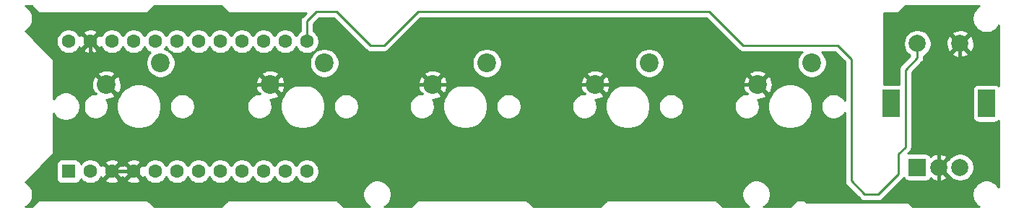
<source format=gbl>
G04 #@! TF.GenerationSoftware,KiCad,Pcbnew,(5.1.4)-1*
G04 #@! TF.CreationDate,2021-12-24T02:42:09+01:00*
G04 #@! TF.ProjectId,5Plank,35506c61-6e6b-42e6-9b69-6361645f7063,rev?*
G04 #@! TF.SameCoordinates,Original*
G04 #@! TF.FileFunction,Copper,L2,Bot*
G04 #@! TF.FilePolarity,Positive*
%FSLAX46Y46*%
G04 Gerber Fmt 4.6, Leading zero omitted, Abs format (unit mm)*
G04 Created by KiCad (PCBNEW (5.1.4)-1) date 2021-12-24 02:42:09*
%MOMM*%
%LPD*%
G04 APERTURE LIST*
%ADD10R,2.000000X2.000000*%
%ADD11C,2.000000*%
%ADD12R,2.000000X3.200000*%
%ADD13C,2.200000*%
%ADD14C,1.600000*%
%ADD15R,1.600000X1.600000*%
%ADD16C,0.381000*%
%ADD17C,0.254000*%
G04 APERTURE END LIST*
D10*
X233200000Y-92868750D03*
D11*
X235700000Y-92868750D03*
X238200000Y-92868750D03*
D12*
X230100000Y-85368750D03*
X241300000Y-85368750D03*
D11*
X233200000Y-78368750D03*
X238200000Y-78368750D03*
D13*
X176371250Y-83185000D03*
X182721250Y-80645000D03*
D14*
X133667500Y-78105000D03*
X136207500Y-78105000D03*
X138747500Y-78105000D03*
X141287500Y-78105000D03*
X143827500Y-78105000D03*
X146367500Y-78105000D03*
X148907500Y-78105000D03*
X151447500Y-78105000D03*
X153987500Y-78105000D03*
X156527500Y-78105000D03*
X159067500Y-78105000D03*
X161607500Y-78105000D03*
X161607500Y-93345000D03*
X159067500Y-93345000D03*
X156527500Y-93345000D03*
X153987500Y-93345000D03*
X151447500Y-93345000D03*
X148907500Y-93345000D03*
X146367500Y-93345000D03*
X143827500Y-93345000D03*
X141287500Y-93345000D03*
X138747500Y-93345000D03*
X136207500Y-93345000D03*
D15*
X133667500Y-93345000D03*
D13*
X214471250Y-83185000D03*
X220821250Y-80645000D03*
X195421250Y-83185000D03*
X201771250Y-80645000D03*
X157321250Y-83185000D03*
X163671250Y-80645000D03*
X138112500Y-83185000D03*
X144462500Y-80645000D03*
D16*
X138747500Y-93345000D02*
X141287500Y-93345000D01*
X137947501Y-92545001D02*
X138747500Y-93345000D01*
X135407501Y-90005001D02*
X137947501Y-92545001D01*
X136207500Y-78105000D02*
X135407501Y-78904999D01*
X136207500Y-81280000D02*
X138112500Y-83185000D01*
X136207500Y-78105000D02*
X136207500Y-81280000D01*
X136207500Y-82220002D02*
X135407501Y-83020001D01*
X136207500Y-81280000D02*
X136207500Y-82220002D01*
X135407501Y-78904999D02*
X135407501Y-83020001D01*
X135407501Y-87465001D02*
X141287500Y-93345000D01*
X135407501Y-86842499D02*
X135407501Y-87465001D01*
X135407501Y-86842499D02*
X135407501Y-90005001D01*
X135407501Y-83020001D02*
X135407501Y-86842499D01*
X155765616Y-83185000D02*
X149256866Y-89693750D01*
X157321250Y-83185000D02*
X155765616Y-83185000D01*
X144938750Y-89693750D02*
X141287500Y-93345000D01*
X149256866Y-89693750D02*
X144938750Y-89693750D01*
X176371250Y-83185000D02*
X157321250Y-83185000D01*
X195421250Y-83185000D02*
X176371250Y-83185000D01*
X205740000Y-83185000D02*
X195421250Y-83185000D01*
X214471250Y-83185000D02*
X206533750Y-83185000D01*
X206533750Y-83185000D02*
X205740000Y-83185000D01*
X238200000Y-78368750D02*
X238200000Y-86443750D01*
X235700000Y-88943750D02*
X235700000Y-92868750D01*
X238200000Y-86443750D02*
X235700000Y-88943750D01*
X218598750Y-95250000D02*
X216852500Y-93503750D01*
X216852500Y-93503750D02*
X206533750Y-83185000D01*
X138906250Y-90963750D02*
X141287500Y-93345000D01*
X138906250Y-84931250D02*
X138906250Y-90963750D01*
X136207500Y-78105000D02*
X136207500Y-79236370D01*
X136207500Y-79236370D02*
X137139880Y-80168750D01*
X137139880Y-80168750D02*
X138906250Y-80168750D01*
X138906250Y-80168750D02*
X140493750Y-81756250D01*
X140493750Y-81756250D02*
X140493750Y-83343750D01*
X140493750Y-83343750D02*
X138906250Y-84931250D01*
X235700000Y-92868750D02*
X235700000Y-95206250D01*
X235700000Y-95206250D02*
X234068750Y-96837500D01*
X220186250Y-96837500D02*
X218440000Y-95091250D01*
X234068750Y-96837500D02*
X220186250Y-96837500D01*
X219392500Y-96043750D02*
X218440000Y-95091250D01*
X218440000Y-95091250D02*
X216852500Y-93503750D01*
D17*
X161871250Y-78368750D02*
X161607500Y-78105000D01*
X161607500Y-75723750D02*
X161607500Y-78105000D01*
X165100000Y-74612500D02*
X162718750Y-74612500D01*
X169068750Y-78581250D02*
X165100000Y-74612500D01*
X170656250Y-78581250D02*
X169068750Y-78581250D01*
X212725000Y-78581250D02*
X208756250Y-74612500D01*
X208756250Y-74612500D02*
X174625000Y-74612500D01*
X162718750Y-74612500D02*
X161607500Y-75723750D01*
X174625000Y-74612500D02*
X170656250Y-78581250D01*
X220869462Y-78581250D02*
X220662500Y-78581250D01*
X220662500Y-78581250D02*
X212725000Y-78581250D01*
X223837500Y-78581250D02*
X220662500Y-78581250D01*
X225425000Y-94456250D02*
X225425000Y-80168750D01*
X227012500Y-96043750D02*
X225425000Y-94456250D01*
X228600000Y-96043750D02*
X227012500Y-96043750D01*
X233200000Y-78368750D02*
X233200000Y-80006250D01*
X233200000Y-80006250D02*
X231775000Y-81431250D01*
X231775000Y-81431250D02*
X231775000Y-90487500D01*
X225425000Y-80168750D02*
X223837500Y-78581250D01*
X231775000Y-90487500D02*
X230981250Y-91281250D01*
X230981250Y-91281250D02*
X230981250Y-93662500D01*
X230981250Y-93662500D02*
X228600000Y-96043750D01*
G36*
X130085197Y-74702303D02*
G01*
X130104443Y-74718097D01*
X130126399Y-74729833D01*
X130150224Y-74737060D01*
X130175000Y-74739500D01*
X142875000Y-74739500D01*
X142899776Y-74737060D01*
X142923601Y-74729833D01*
X142945557Y-74718097D01*
X142964803Y-74702303D01*
X143721356Y-73945750D01*
X151553644Y-73945750D01*
X152310197Y-74702303D01*
X152329443Y-74718097D01*
X152351399Y-74729833D01*
X152375224Y-74737060D01*
X152400000Y-74739500D01*
X161514119Y-74739500D01*
X161095154Y-75158466D01*
X161066078Y-75182328D01*
X161018509Y-75240292D01*
X160970855Y-75298358D01*
X160947611Y-75341845D01*
X160900098Y-75430736D01*
X160856526Y-75574373D01*
X160845500Y-75686324D01*
X160841814Y-75723750D01*
X160845500Y-75761173D01*
X160845500Y-76888293D01*
X160692741Y-76990363D01*
X160492863Y-77190241D01*
X160337500Y-77422759D01*
X160182137Y-77190241D01*
X159982259Y-76990363D01*
X159747227Y-76833320D01*
X159486074Y-76725147D01*
X159208835Y-76670000D01*
X158926165Y-76670000D01*
X158648926Y-76725147D01*
X158387773Y-76833320D01*
X158152741Y-76990363D01*
X157952863Y-77190241D01*
X157797500Y-77422759D01*
X157642137Y-77190241D01*
X157442259Y-76990363D01*
X157207227Y-76833320D01*
X156946074Y-76725147D01*
X156668835Y-76670000D01*
X156386165Y-76670000D01*
X156108926Y-76725147D01*
X155847773Y-76833320D01*
X155612741Y-76990363D01*
X155412863Y-77190241D01*
X155257500Y-77422759D01*
X155102137Y-77190241D01*
X154902259Y-76990363D01*
X154667227Y-76833320D01*
X154406074Y-76725147D01*
X154128835Y-76670000D01*
X153846165Y-76670000D01*
X153568926Y-76725147D01*
X153307773Y-76833320D01*
X153072741Y-76990363D01*
X152872863Y-77190241D01*
X152717500Y-77422759D01*
X152562137Y-77190241D01*
X152362259Y-76990363D01*
X152127227Y-76833320D01*
X151866074Y-76725147D01*
X151588835Y-76670000D01*
X151306165Y-76670000D01*
X151028926Y-76725147D01*
X150767773Y-76833320D01*
X150532741Y-76990363D01*
X150332863Y-77190241D01*
X150177500Y-77422759D01*
X150022137Y-77190241D01*
X149822259Y-76990363D01*
X149587227Y-76833320D01*
X149326074Y-76725147D01*
X149048835Y-76670000D01*
X148766165Y-76670000D01*
X148488926Y-76725147D01*
X148227773Y-76833320D01*
X147992741Y-76990363D01*
X147792863Y-77190241D01*
X147637500Y-77422759D01*
X147482137Y-77190241D01*
X147282259Y-76990363D01*
X147047227Y-76833320D01*
X146786074Y-76725147D01*
X146508835Y-76670000D01*
X146226165Y-76670000D01*
X145948926Y-76725147D01*
X145687773Y-76833320D01*
X145452741Y-76990363D01*
X145252863Y-77190241D01*
X145097500Y-77422759D01*
X144942137Y-77190241D01*
X144742259Y-76990363D01*
X144507227Y-76833320D01*
X144246074Y-76725147D01*
X143968835Y-76670000D01*
X143686165Y-76670000D01*
X143408926Y-76725147D01*
X143147773Y-76833320D01*
X142912741Y-76990363D01*
X142712863Y-77190241D01*
X142557500Y-77422759D01*
X142402137Y-77190241D01*
X142202259Y-76990363D01*
X141967227Y-76833320D01*
X141706074Y-76725147D01*
X141428835Y-76670000D01*
X141146165Y-76670000D01*
X140868926Y-76725147D01*
X140607773Y-76833320D01*
X140372741Y-76990363D01*
X140172863Y-77190241D01*
X140017500Y-77422759D01*
X139862137Y-77190241D01*
X139662259Y-76990363D01*
X139427227Y-76833320D01*
X139166074Y-76725147D01*
X138888835Y-76670000D01*
X138606165Y-76670000D01*
X138328926Y-76725147D01*
X138067773Y-76833320D01*
X137832741Y-76990363D01*
X137632863Y-77190241D01*
X137476585Y-77424128D01*
X137444171Y-77363486D01*
X137200202Y-77291903D01*
X136387105Y-78105000D01*
X137200202Y-78918097D01*
X137444171Y-78846514D01*
X137474694Y-78782008D01*
X137475820Y-78784727D01*
X137632863Y-79019759D01*
X137832741Y-79219637D01*
X138067773Y-79376680D01*
X138328926Y-79484853D01*
X138606165Y-79540000D01*
X138888835Y-79540000D01*
X139166074Y-79484853D01*
X139427227Y-79376680D01*
X139662259Y-79219637D01*
X139862137Y-79019759D01*
X140017500Y-78787241D01*
X140172863Y-79019759D01*
X140372741Y-79219637D01*
X140607773Y-79376680D01*
X140868926Y-79484853D01*
X141146165Y-79540000D01*
X141428835Y-79540000D01*
X141706074Y-79484853D01*
X141967227Y-79376680D01*
X142202259Y-79219637D01*
X142402137Y-79019759D01*
X142557500Y-78787241D01*
X142712863Y-79019759D01*
X142912741Y-79219637D01*
X143147773Y-79376680D01*
X143239263Y-79414576D01*
X143114837Y-79539002D01*
X142924963Y-79823169D01*
X142794175Y-80138919D01*
X142727500Y-80474117D01*
X142727500Y-80815883D01*
X142794175Y-81151081D01*
X142924963Y-81466831D01*
X143114837Y-81750998D01*
X143356502Y-81992663D01*
X143640669Y-82182537D01*
X143956419Y-82313325D01*
X144291617Y-82380000D01*
X144633383Y-82380000D01*
X144968581Y-82313325D01*
X145284331Y-82182537D01*
X145568498Y-81992663D01*
X145582873Y-81978288D01*
X156294143Y-81978288D01*
X157321250Y-83005395D01*
X158348357Y-81978288D01*
X158240524Y-81703662D01*
X157933866Y-81552784D01*
X157603665Y-81464631D01*
X157262611Y-81442591D01*
X156923811Y-81487511D01*
X156600284Y-81597664D01*
X156401976Y-81703662D01*
X156294143Y-81978288D01*
X145582873Y-81978288D01*
X145810163Y-81750998D01*
X146000037Y-81466831D01*
X146130825Y-81151081D01*
X146197500Y-80815883D01*
X146197500Y-80474117D01*
X161936250Y-80474117D01*
X161936250Y-80815883D01*
X162002925Y-81151081D01*
X162133713Y-81466831D01*
X162323587Y-81750998D01*
X162565252Y-81992663D01*
X162849419Y-82182537D01*
X163165169Y-82313325D01*
X163500367Y-82380000D01*
X163842133Y-82380000D01*
X164177331Y-82313325D01*
X164493081Y-82182537D01*
X164777248Y-81992663D01*
X164791623Y-81978288D01*
X175344143Y-81978288D01*
X176371250Y-83005395D01*
X177398357Y-81978288D01*
X177290524Y-81703662D01*
X176983866Y-81552784D01*
X176653665Y-81464631D01*
X176312611Y-81442591D01*
X175973811Y-81487511D01*
X175650284Y-81597664D01*
X175451976Y-81703662D01*
X175344143Y-81978288D01*
X164791623Y-81978288D01*
X165018913Y-81750998D01*
X165208787Y-81466831D01*
X165339575Y-81151081D01*
X165406250Y-80815883D01*
X165406250Y-80474117D01*
X180986250Y-80474117D01*
X180986250Y-80815883D01*
X181052925Y-81151081D01*
X181183713Y-81466831D01*
X181373587Y-81750998D01*
X181615252Y-81992663D01*
X181899419Y-82182537D01*
X182215169Y-82313325D01*
X182550367Y-82380000D01*
X182892133Y-82380000D01*
X183227331Y-82313325D01*
X183543081Y-82182537D01*
X183827248Y-81992663D01*
X183841623Y-81978288D01*
X194394143Y-81978288D01*
X195421250Y-83005395D01*
X196448357Y-81978288D01*
X196340524Y-81703662D01*
X196033866Y-81552784D01*
X195703665Y-81464631D01*
X195362611Y-81442591D01*
X195023811Y-81487511D01*
X194700284Y-81597664D01*
X194501976Y-81703662D01*
X194394143Y-81978288D01*
X183841623Y-81978288D01*
X184068913Y-81750998D01*
X184258787Y-81466831D01*
X184389575Y-81151081D01*
X184456250Y-80815883D01*
X184456250Y-80474117D01*
X200036250Y-80474117D01*
X200036250Y-80815883D01*
X200102925Y-81151081D01*
X200233713Y-81466831D01*
X200423587Y-81750998D01*
X200665252Y-81992663D01*
X200949419Y-82182537D01*
X201265169Y-82313325D01*
X201600367Y-82380000D01*
X201942133Y-82380000D01*
X202277331Y-82313325D01*
X202593081Y-82182537D01*
X202877248Y-81992663D01*
X202891623Y-81978288D01*
X213444143Y-81978288D01*
X214471250Y-83005395D01*
X215498357Y-81978288D01*
X215390524Y-81703662D01*
X215083866Y-81552784D01*
X214753665Y-81464631D01*
X214412611Y-81442591D01*
X214073811Y-81487511D01*
X213750284Y-81597664D01*
X213551976Y-81703662D01*
X213444143Y-81978288D01*
X202891623Y-81978288D01*
X203118913Y-81750998D01*
X203308787Y-81466831D01*
X203439575Y-81151081D01*
X203506250Y-80815883D01*
X203506250Y-80474117D01*
X203439575Y-80138919D01*
X203308787Y-79823169D01*
X203118913Y-79539002D01*
X202877248Y-79297337D01*
X202593081Y-79107463D01*
X202277331Y-78976675D01*
X201942133Y-78910000D01*
X201600367Y-78910000D01*
X201265169Y-78976675D01*
X200949419Y-79107463D01*
X200665252Y-79297337D01*
X200423587Y-79539002D01*
X200233713Y-79823169D01*
X200102925Y-80138919D01*
X200036250Y-80474117D01*
X184456250Y-80474117D01*
X184389575Y-80138919D01*
X184258787Y-79823169D01*
X184068913Y-79539002D01*
X183827248Y-79297337D01*
X183543081Y-79107463D01*
X183227331Y-78976675D01*
X182892133Y-78910000D01*
X182550367Y-78910000D01*
X182215169Y-78976675D01*
X181899419Y-79107463D01*
X181615252Y-79297337D01*
X181373587Y-79539002D01*
X181183713Y-79823169D01*
X181052925Y-80138919D01*
X180986250Y-80474117D01*
X165406250Y-80474117D01*
X165339575Y-80138919D01*
X165208787Y-79823169D01*
X165018913Y-79539002D01*
X164777248Y-79297337D01*
X164493081Y-79107463D01*
X164177331Y-78976675D01*
X163842133Y-78910000D01*
X163500367Y-78910000D01*
X163165169Y-78976675D01*
X162849419Y-79107463D01*
X162565252Y-79297337D01*
X162323587Y-79539002D01*
X162133713Y-79823169D01*
X162002925Y-80138919D01*
X161936250Y-80474117D01*
X146197500Y-80474117D01*
X146130825Y-80138919D01*
X146000037Y-79823169D01*
X145810163Y-79539002D01*
X145568498Y-79297337D01*
X145284331Y-79107463D01*
X144970417Y-78977435D01*
X145097500Y-78787241D01*
X145252863Y-79019759D01*
X145452741Y-79219637D01*
X145687773Y-79376680D01*
X145948926Y-79484853D01*
X146226165Y-79540000D01*
X146508835Y-79540000D01*
X146786074Y-79484853D01*
X147047227Y-79376680D01*
X147282259Y-79219637D01*
X147482137Y-79019759D01*
X147637500Y-78787241D01*
X147792863Y-79019759D01*
X147992741Y-79219637D01*
X148227773Y-79376680D01*
X148488926Y-79484853D01*
X148766165Y-79540000D01*
X149048835Y-79540000D01*
X149326074Y-79484853D01*
X149587227Y-79376680D01*
X149822259Y-79219637D01*
X150022137Y-79019759D01*
X150177500Y-78787241D01*
X150332863Y-79019759D01*
X150532741Y-79219637D01*
X150767773Y-79376680D01*
X151028926Y-79484853D01*
X151306165Y-79540000D01*
X151588835Y-79540000D01*
X151866074Y-79484853D01*
X152127227Y-79376680D01*
X152362259Y-79219637D01*
X152562137Y-79019759D01*
X152717500Y-78787241D01*
X152872863Y-79019759D01*
X153072741Y-79219637D01*
X153307773Y-79376680D01*
X153568926Y-79484853D01*
X153846165Y-79540000D01*
X154128835Y-79540000D01*
X154406074Y-79484853D01*
X154667227Y-79376680D01*
X154902259Y-79219637D01*
X155102137Y-79019759D01*
X155257500Y-78787241D01*
X155412863Y-79019759D01*
X155612741Y-79219637D01*
X155847773Y-79376680D01*
X156108926Y-79484853D01*
X156386165Y-79540000D01*
X156668835Y-79540000D01*
X156946074Y-79484853D01*
X157207227Y-79376680D01*
X157442259Y-79219637D01*
X157642137Y-79019759D01*
X157797500Y-78787241D01*
X157952863Y-79019759D01*
X158152741Y-79219637D01*
X158387773Y-79376680D01*
X158648926Y-79484853D01*
X158926165Y-79540000D01*
X159208835Y-79540000D01*
X159486074Y-79484853D01*
X159747227Y-79376680D01*
X159982259Y-79219637D01*
X160182137Y-79019759D01*
X160337500Y-78787241D01*
X160492863Y-79019759D01*
X160692741Y-79219637D01*
X160927773Y-79376680D01*
X161188926Y-79484853D01*
X161466165Y-79540000D01*
X161748835Y-79540000D01*
X162026074Y-79484853D01*
X162287227Y-79376680D01*
X162522259Y-79219637D01*
X162722137Y-79019759D01*
X162879180Y-78784727D01*
X162987353Y-78523574D01*
X163042500Y-78246335D01*
X163042500Y-77963665D01*
X162987353Y-77686426D01*
X162879180Y-77425273D01*
X162722137Y-77190241D01*
X162522259Y-76990363D01*
X162369500Y-76888293D01*
X162369500Y-76039380D01*
X163034381Y-75374500D01*
X164784370Y-75374500D01*
X168503470Y-79093601D01*
X168527328Y-79122672D01*
X168643358Y-79217895D01*
X168775735Y-79288652D01*
X168919372Y-79332224D01*
X169031324Y-79343250D01*
X169031326Y-79343250D01*
X169068749Y-79346936D01*
X169106172Y-79343250D01*
X170618827Y-79343250D01*
X170656250Y-79346936D01*
X170693673Y-79343250D01*
X170693676Y-79343250D01*
X170805628Y-79332224D01*
X170949265Y-79288652D01*
X171081642Y-79217895D01*
X171197672Y-79122672D01*
X171221534Y-79093596D01*
X174940631Y-75374500D01*
X208440620Y-75374500D01*
X212159720Y-79093601D01*
X212183578Y-79122672D01*
X212299608Y-79217895D01*
X212431985Y-79288652D01*
X212575622Y-79332224D01*
X212687574Y-79343250D01*
X212687576Y-79343250D01*
X212724999Y-79346936D01*
X212762422Y-79343250D01*
X219669339Y-79343250D01*
X219473587Y-79539002D01*
X219283713Y-79823169D01*
X219152925Y-80138919D01*
X219086250Y-80474117D01*
X219086250Y-80815883D01*
X219152925Y-81151081D01*
X219283713Y-81466831D01*
X219473587Y-81750998D01*
X219715252Y-81992663D01*
X219999419Y-82182537D01*
X220315169Y-82313325D01*
X220650367Y-82380000D01*
X220992133Y-82380000D01*
X221327331Y-82313325D01*
X221643081Y-82182537D01*
X221927248Y-81992663D01*
X222168913Y-81750998D01*
X222358787Y-81466831D01*
X222489575Y-81151081D01*
X222556250Y-80815883D01*
X222556250Y-80474117D01*
X222489575Y-80138919D01*
X222358787Y-79823169D01*
X222168913Y-79539002D01*
X221973161Y-79343250D01*
X223521870Y-79343250D01*
X224663001Y-80484382D01*
X224663001Y-85000278D01*
X224514725Y-84778368D01*
X224307882Y-84571525D01*
X224064661Y-84409010D01*
X223794408Y-84297068D01*
X223507510Y-84240000D01*
X223214990Y-84240000D01*
X222928092Y-84297068D01*
X222657839Y-84409010D01*
X222414618Y-84571525D01*
X222207775Y-84778368D01*
X222045260Y-85021589D01*
X221933318Y-85291842D01*
X221876250Y-85578740D01*
X221876250Y-85871260D01*
X221933318Y-86158158D01*
X222045260Y-86428411D01*
X222207775Y-86671632D01*
X222414618Y-86878475D01*
X222657839Y-87040990D01*
X222928092Y-87152932D01*
X223214990Y-87210000D01*
X223507510Y-87210000D01*
X223794408Y-87152932D01*
X224064661Y-87040990D01*
X224307882Y-86878475D01*
X224514725Y-86671632D01*
X224663001Y-86449722D01*
X224663000Y-94418827D01*
X224659314Y-94456250D01*
X224663000Y-94493673D01*
X224663000Y-94493675D01*
X224674026Y-94605627D01*
X224717598Y-94749264D01*
X224734027Y-94780000D01*
X224788355Y-94881642D01*
X224823811Y-94924845D01*
X224883578Y-94997672D01*
X224912654Y-95021534D01*
X226447221Y-96556102D01*
X226471078Y-96585172D01*
X226587108Y-96680395D01*
X226643430Y-96710500D01*
X219075000Y-96710500D01*
X219050224Y-96712940D01*
X219026399Y-96720167D01*
X219004443Y-96731903D01*
X218985197Y-96747697D01*
X218228644Y-97504250D01*
X215159628Y-97504250D01*
X215386625Y-97352575D01*
X215621325Y-97117875D01*
X215805728Y-96841897D01*
X215932746Y-96535246D01*
X215997500Y-96209708D01*
X215997500Y-95877792D01*
X215932746Y-95552254D01*
X215805728Y-95245603D01*
X215621325Y-94969625D01*
X215386625Y-94734925D01*
X215110647Y-94550522D01*
X214803996Y-94423504D01*
X214478458Y-94358750D01*
X214146542Y-94358750D01*
X213821004Y-94423504D01*
X213514353Y-94550522D01*
X213238375Y-94734925D01*
X213003675Y-94969625D01*
X212819272Y-95245603D01*
X212692254Y-95552254D01*
X212627500Y-95877792D01*
X212627500Y-96209708D01*
X212692254Y-96535246D01*
X212819272Y-96841897D01*
X213003675Y-97117875D01*
X213238375Y-97352575D01*
X213465372Y-97504250D01*
X210396356Y-97504250D01*
X209639803Y-96747697D01*
X209620557Y-96731903D01*
X209598601Y-96720167D01*
X209574776Y-96712940D01*
X209550000Y-96710500D01*
X196850000Y-96710500D01*
X196825224Y-96712940D01*
X196801399Y-96720167D01*
X196779443Y-96731903D01*
X196760197Y-96747697D01*
X196003644Y-97504250D01*
X188171356Y-97504250D01*
X187414803Y-96747697D01*
X187395557Y-96731903D01*
X187373601Y-96720167D01*
X187349776Y-96712940D01*
X187325000Y-96710500D01*
X174625000Y-96710500D01*
X174600224Y-96712940D01*
X174576399Y-96720167D01*
X174554443Y-96731903D01*
X174535197Y-96747697D01*
X173778644Y-97504250D01*
X170709628Y-97504250D01*
X170936625Y-97352575D01*
X171171325Y-97117875D01*
X171355728Y-96841897D01*
X171482746Y-96535246D01*
X171547500Y-96209708D01*
X171547500Y-95877792D01*
X171482746Y-95552254D01*
X171355728Y-95245603D01*
X171171325Y-94969625D01*
X170936625Y-94734925D01*
X170660647Y-94550522D01*
X170353996Y-94423504D01*
X170028458Y-94358750D01*
X169696542Y-94358750D01*
X169371004Y-94423504D01*
X169064353Y-94550522D01*
X168788375Y-94734925D01*
X168553675Y-94969625D01*
X168369272Y-95245603D01*
X168242254Y-95552254D01*
X168177500Y-95877792D01*
X168177500Y-96209708D01*
X168242254Y-96535246D01*
X168369272Y-96841897D01*
X168553675Y-97117875D01*
X168788375Y-97352575D01*
X169015372Y-97504250D01*
X165946356Y-97504250D01*
X165189803Y-96747697D01*
X165170557Y-96731903D01*
X165148601Y-96720167D01*
X165124776Y-96712940D01*
X165100000Y-96710500D01*
X152400000Y-96710500D01*
X152375224Y-96712940D01*
X152351399Y-96720167D01*
X152329443Y-96731903D01*
X152310197Y-96747697D01*
X151553644Y-97504250D01*
X143721356Y-97504250D01*
X142964803Y-96747697D01*
X142945557Y-96731903D01*
X142923601Y-96720167D01*
X142899776Y-96712940D01*
X142875000Y-96710500D01*
X130175000Y-96710500D01*
X130150224Y-96712940D01*
X130126399Y-96720167D01*
X130104443Y-96731903D01*
X130085197Y-96747697D01*
X129328644Y-97504250D01*
X128640878Y-97504250D01*
X128867875Y-97352575D01*
X129102575Y-97117875D01*
X129286978Y-96841897D01*
X129413996Y-96535246D01*
X129478750Y-96209708D01*
X129478750Y-95877792D01*
X129413996Y-95552254D01*
X129286978Y-95245603D01*
X129102575Y-94969625D01*
X128867875Y-94734925D01*
X128629436Y-94575605D01*
X128636101Y-94573583D01*
X128658057Y-94561847D01*
X128677303Y-94546053D01*
X130678356Y-92545000D01*
X132229428Y-92545000D01*
X132229428Y-94145000D01*
X132241688Y-94269482D01*
X132277998Y-94389180D01*
X132336963Y-94499494D01*
X132416315Y-94596185D01*
X132513006Y-94675537D01*
X132623320Y-94734502D01*
X132743018Y-94770812D01*
X132867500Y-94783072D01*
X134467500Y-94783072D01*
X134591982Y-94770812D01*
X134711680Y-94734502D01*
X134821994Y-94675537D01*
X134918685Y-94596185D01*
X134998037Y-94499494D01*
X135057002Y-94389180D01*
X135093312Y-94269482D01*
X135094143Y-94261039D01*
X135292741Y-94459637D01*
X135527773Y-94616680D01*
X135788926Y-94724853D01*
X136066165Y-94780000D01*
X136348835Y-94780000D01*
X136626074Y-94724853D01*
X136887227Y-94616680D01*
X137122259Y-94459637D01*
X137244194Y-94337702D01*
X137934403Y-94337702D01*
X138005986Y-94581671D01*
X138261496Y-94702571D01*
X138535684Y-94771300D01*
X138818012Y-94785217D01*
X139097630Y-94743787D01*
X139363792Y-94648603D01*
X139489014Y-94581671D01*
X139560597Y-94337702D01*
X140474403Y-94337702D01*
X140545986Y-94581671D01*
X140801496Y-94702571D01*
X141075684Y-94771300D01*
X141358012Y-94785217D01*
X141637630Y-94743787D01*
X141903792Y-94648603D01*
X142029014Y-94581671D01*
X142100597Y-94337702D01*
X141287500Y-93524605D01*
X140474403Y-94337702D01*
X139560597Y-94337702D01*
X138747500Y-93524605D01*
X137934403Y-94337702D01*
X137244194Y-94337702D01*
X137322137Y-94259759D01*
X137478415Y-94025872D01*
X137510829Y-94086514D01*
X137754798Y-94158097D01*
X138567895Y-93345000D01*
X138927105Y-93345000D01*
X139740202Y-94158097D01*
X139984171Y-94086514D01*
X140015471Y-94020364D01*
X140050829Y-94086514D01*
X140294798Y-94158097D01*
X141107895Y-93345000D01*
X141467105Y-93345000D01*
X142280202Y-94158097D01*
X142524171Y-94086514D01*
X142554694Y-94022008D01*
X142555820Y-94024727D01*
X142712863Y-94259759D01*
X142912741Y-94459637D01*
X143147773Y-94616680D01*
X143408926Y-94724853D01*
X143686165Y-94780000D01*
X143968835Y-94780000D01*
X144246074Y-94724853D01*
X144507227Y-94616680D01*
X144742259Y-94459637D01*
X144942137Y-94259759D01*
X145097500Y-94027241D01*
X145252863Y-94259759D01*
X145452741Y-94459637D01*
X145687773Y-94616680D01*
X145948926Y-94724853D01*
X146226165Y-94780000D01*
X146508835Y-94780000D01*
X146786074Y-94724853D01*
X147047227Y-94616680D01*
X147282259Y-94459637D01*
X147482137Y-94259759D01*
X147637500Y-94027241D01*
X147792863Y-94259759D01*
X147992741Y-94459637D01*
X148227773Y-94616680D01*
X148488926Y-94724853D01*
X148766165Y-94780000D01*
X149048835Y-94780000D01*
X149326074Y-94724853D01*
X149587227Y-94616680D01*
X149822259Y-94459637D01*
X150022137Y-94259759D01*
X150177500Y-94027241D01*
X150332863Y-94259759D01*
X150532741Y-94459637D01*
X150767773Y-94616680D01*
X151028926Y-94724853D01*
X151306165Y-94780000D01*
X151588835Y-94780000D01*
X151866074Y-94724853D01*
X152127227Y-94616680D01*
X152362259Y-94459637D01*
X152562137Y-94259759D01*
X152717500Y-94027241D01*
X152872863Y-94259759D01*
X153072741Y-94459637D01*
X153307773Y-94616680D01*
X153568926Y-94724853D01*
X153846165Y-94780000D01*
X154128835Y-94780000D01*
X154406074Y-94724853D01*
X154667227Y-94616680D01*
X154902259Y-94459637D01*
X155102137Y-94259759D01*
X155257500Y-94027241D01*
X155412863Y-94259759D01*
X155612741Y-94459637D01*
X155847773Y-94616680D01*
X156108926Y-94724853D01*
X156386165Y-94780000D01*
X156668835Y-94780000D01*
X156946074Y-94724853D01*
X157207227Y-94616680D01*
X157442259Y-94459637D01*
X157642137Y-94259759D01*
X157797500Y-94027241D01*
X157952863Y-94259759D01*
X158152741Y-94459637D01*
X158387773Y-94616680D01*
X158648926Y-94724853D01*
X158926165Y-94780000D01*
X159208835Y-94780000D01*
X159486074Y-94724853D01*
X159747227Y-94616680D01*
X159982259Y-94459637D01*
X160182137Y-94259759D01*
X160337500Y-94027241D01*
X160492863Y-94259759D01*
X160692741Y-94459637D01*
X160927773Y-94616680D01*
X161188926Y-94724853D01*
X161466165Y-94780000D01*
X161748835Y-94780000D01*
X162026074Y-94724853D01*
X162287227Y-94616680D01*
X162522259Y-94459637D01*
X162722137Y-94259759D01*
X162879180Y-94024727D01*
X162987353Y-93763574D01*
X163042500Y-93486335D01*
X163042500Y-93203665D01*
X162987353Y-92926426D01*
X162879180Y-92665273D01*
X162722137Y-92430241D01*
X162522259Y-92230363D01*
X162287227Y-92073320D01*
X162026074Y-91965147D01*
X161748835Y-91910000D01*
X161466165Y-91910000D01*
X161188926Y-91965147D01*
X160927773Y-92073320D01*
X160692741Y-92230363D01*
X160492863Y-92430241D01*
X160337500Y-92662759D01*
X160182137Y-92430241D01*
X159982259Y-92230363D01*
X159747227Y-92073320D01*
X159486074Y-91965147D01*
X159208835Y-91910000D01*
X158926165Y-91910000D01*
X158648926Y-91965147D01*
X158387773Y-92073320D01*
X158152741Y-92230363D01*
X157952863Y-92430241D01*
X157797500Y-92662759D01*
X157642137Y-92430241D01*
X157442259Y-92230363D01*
X157207227Y-92073320D01*
X156946074Y-91965147D01*
X156668835Y-91910000D01*
X156386165Y-91910000D01*
X156108926Y-91965147D01*
X155847773Y-92073320D01*
X155612741Y-92230363D01*
X155412863Y-92430241D01*
X155257500Y-92662759D01*
X155102137Y-92430241D01*
X154902259Y-92230363D01*
X154667227Y-92073320D01*
X154406074Y-91965147D01*
X154128835Y-91910000D01*
X153846165Y-91910000D01*
X153568926Y-91965147D01*
X153307773Y-92073320D01*
X153072741Y-92230363D01*
X152872863Y-92430241D01*
X152717500Y-92662759D01*
X152562137Y-92430241D01*
X152362259Y-92230363D01*
X152127227Y-92073320D01*
X151866074Y-91965147D01*
X151588835Y-91910000D01*
X151306165Y-91910000D01*
X151028926Y-91965147D01*
X150767773Y-92073320D01*
X150532741Y-92230363D01*
X150332863Y-92430241D01*
X150177500Y-92662759D01*
X150022137Y-92430241D01*
X149822259Y-92230363D01*
X149587227Y-92073320D01*
X149326074Y-91965147D01*
X149048835Y-91910000D01*
X148766165Y-91910000D01*
X148488926Y-91965147D01*
X148227773Y-92073320D01*
X147992741Y-92230363D01*
X147792863Y-92430241D01*
X147637500Y-92662759D01*
X147482137Y-92430241D01*
X147282259Y-92230363D01*
X147047227Y-92073320D01*
X146786074Y-91965147D01*
X146508835Y-91910000D01*
X146226165Y-91910000D01*
X145948926Y-91965147D01*
X145687773Y-92073320D01*
X145452741Y-92230363D01*
X145252863Y-92430241D01*
X145097500Y-92662759D01*
X144942137Y-92430241D01*
X144742259Y-92230363D01*
X144507227Y-92073320D01*
X144246074Y-91965147D01*
X143968835Y-91910000D01*
X143686165Y-91910000D01*
X143408926Y-91965147D01*
X143147773Y-92073320D01*
X142912741Y-92230363D01*
X142712863Y-92430241D01*
X142556585Y-92664128D01*
X142524171Y-92603486D01*
X142280202Y-92531903D01*
X141467105Y-93345000D01*
X141107895Y-93345000D01*
X140294798Y-92531903D01*
X140050829Y-92603486D01*
X140019529Y-92669636D01*
X139984171Y-92603486D01*
X139740202Y-92531903D01*
X138927105Y-93345000D01*
X138567895Y-93345000D01*
X137754798Y-92531903D01*
X137510829Y-92603486D01*
X137480306Y-92667992D01*
X137479180Y-92665273D01*
X137322137Y-92430241D01*
X137244194Y-92352298D01*
X137934403Y-92352298D01*
X138747500Y-93165395D01*
X139560597Y-92352298D01*
X140474403Y-92352298D01*
X141287500Y-93165395D01*
X142100597Y-92352298D01*
X142029014Y-92108329D01*
X141773504Y-91987429D01*
X141499316Y-91918700D01*
X141216988Y-91904783D01*
X140937370Y-91946213D01*
X140671208Y-92041397D01*
X140545986Y-92108329D01*
X140474403Y-92352298D01*
X139560597Y-92352298D01*
X139489014Y-92108329D01*
X139233504Y-91987429D01*
X138959316Y-91918700D01*
X138676988Y-91904783D01*
X138397370Y-91946213D01*
X138131208Y-92041397D01*
X138005986Y-92108329D01*
X137934403Y-92352298D01*
X137244194Y-92352298D01*
X137122259Y-92230363D01*
X136887227Y-92073320D01*
X136626074Y-91965147D01*
X136348835Y-91910000D01*
X136066165Y-91910000D01*
X135788926Y-91965147D01*
X135527773Y-92073320D01*
X135292741Y-92230363D01*
X135094143Y-92428961D01*
X135093312Y-92420518D01*
X135057002Y-92300820D01*
X134998037Y-92190506D01*
X134918685Y-92093815D01*
X134821994Y-92014463D01*
X134711680Y-91955498D01*
X134591982Y-91919188D01*
X134467500Y-91906928D01*
X132867500Y-91906928D01*
X132743018Y-91919188D01*
X132623320Y-91955498D01*
X132513006Y-92014463D01*
X132416315Y-92093815D01*
X132336963Y-92190506D01*
X132277998Y-92300820D01*
X132241688Y-92420518D01*
X132229428Y-92545000D01*
X130678356Y-92545000D01*
X131852303Y-91371053D01*
X131868097Y-91351807D01*
X131879833Y-91329851D01*
X131887060Y-91306026D01*
X131889500Y-91281250D01*
X131889500Y-86572128D01*
X132041175Y-86799125D01*
X132275875Y-87033825D01*
X132551853Y-87218228D01*
X132858504Y-87345246D01*
X133184042Y-87410000D01*
X133515958Y-87410000D01*
X133841496Y-87345246D01*
X134148147Y-87218228D01*
X134424125Y-87033825D01*
X134658825Y-86799125D01*
X134843228Y-86523147D01*
X134970246Y-86216496D01*
X135035000Y-85890958D01*
X135035000Y-85578740D01*
X135357500Y-85578740D01*
X135357500Y-85871260D01*
X135414568Y-86158158D01*
X135526510Y-86428411D01*
X135689025Y-86671632D01*
X135895868Y-86878475D01*
X136139089Y-87040990D01*
X136409342Y-87152932D01*
X136696240Y-87210000D01*
X136988760Y-87210000D01*
X137275658Y-87152932D01*
X137545911Y-87040990D01*
X137789132Y-86878475D01*
X137995975Y-86671632D01*
X138158490Y-86428411D01*
X138270432Y-86158158D01*
X138327500Y-85871260D01*
X138327500Y-85578740D01*
X138304971Y-85465475D01*
X139287500Y-85465475D01*
X139287500Y-85984525D01*
X139388761Y-86493601D01*
X139587393Y-86973141D01*
X139875762Y-87404715D01*
X140242785Y-87771738D01*
X140674359Y-88060107D01*
X141153899Y-88258739D01*
X141662975Y-88360000D01*
X142182025Y-88360000D01*
X142691101Y-88258739D01*
X143170641Y-88060107D01*
X143602215Y-87771738D01*
X143969238Y-87404715D01*
X144257607Y-86973141D01*
X144456239Y-86493601D01*
X144557500Y-85984525D01*
X144557500Y-85578740D01*
X145517500Y-85578740D01*
X145517500Y-85871260D01*
X145574568Y-86158158D01*
X145686510Y-86428411D01*
X145849025Y-86671632D01*
X146055868Y-86878475D01*
X146299089Y-87040990D01*
X146569342Y-87152932D01*
X146856240Y-87210000D01*
X147148760Y-87210000D01*
X147435658Y-87152932D01*
X147705911Y-87040990D01*
X147949132Y-86878475D01*
X148155975Y-86671632D01*
X148318490Y-86428411D01*
X148430432Y-86158158D01*
X148487500Y-85871260D01*
X148487500Y-85578740D01*
X154566250Y-85578740D01*
X154566250Y-85871260D01*
X154623318Y-86158158D01*
X154735260Y-86428411D01*
X154897775Y-86671632D01*
X155104618Y-86878475D01*
X155347839Y-87040990D01*
X155618092Y-87152932D01*
X155904990Y-87210000D01*
X156197510Y-87210000D01*
X156484408Y-87152932D01*
X156754661Y-87040990D01*
X156997882Y-86878475D01*
X157204725Y-86671632D01*
X157367240Y-86428411D01*
X157479182Y-86158158D01*
X157536250Y-85871260D01*
X157536250Y-85578740D01*
X157513721Y-85465475D01*
X158496250Y-85465475D01*
X158496250Y-85984525D01*
X158597511Y-86493601D01*
X158796143Y-86973141D01*
X159084512Y-87404715D01*
X159451535Y-87771738D01*
X159883109Y-88060107D01*
X160362649Y-88258739D01*
X160871725Y-88360000D01*
X161390775Y-88360000D01*
X161899851Y-88258739D01*
X162379391Y-88060107D01*
X162810965Y-87771738D01*
X163177988Y-87404715D01*
X163466357Y-86973141D01*
X163664989Y-86493601D01*
X163766250Y-85984525D01*
X163766250Y-85578740D01*
X164726250Y-85578740D01*
X164726250Y-85871260D01*
X164783318Y-86158158D01*
X164895260Y-86428411D01*
X165057775Y-86671632D01*
X165264618Y-86878475D01*
X165507839Y-87040990D01*
X165778092Y-87152932D01*
X166064990Y-87210000D01*
X166357510Y-87210000D01*
X166644408Y-87152932D01*
X166914661Y-87040990D01*
X167157882Y-86878475D01*
X167364725Y-86671632D01*
X167527240Y-86428411D01*
X167639182Y-86158158D01*
X167696250Y-85871260D01*
X167696250Y-85578740D01*
X173616250Y-85578740D01*
X173616250Y-85871260D01*
X173673318Y-86158158D01*
X173785260Y-86428411D01*
X173947775Y-86671632D01*
X174154618Y-86878475D01*
X174397839Y-87040990D01*
X174668092Y-87152932D01*
X174954990Y-87210000D01*
X175247510Y-87210000D01*
X175534408Y-87152932D01*
X175804661Y-87040990D01*
X176047882Y-86878475D01*
X176254725Y-86671632D01*
X176417240Y-86428411D01*
X176529182Y-86158158D01*
X176586250Y-85871260D01*
X176586250Y-85578740D01*
X176563721Y-85465475D01*
X177546250Y-85465475D01*
X177546250Y-85984525D01*
X177647511Y-86493601D01*
X177846143Y-86973141D01*
X178134512Y-87404715D01*
X178501535Y-87771738D01*
X178933109Y-88060107D01*
X179412649Y-88258739D01*
X179921725Y-88360000D01*
X180440775Y-88360000D01*
X180949851Y-88258739D01*
X181429391Y-88060107D01*
X181860965Y-87771738D01*
X182227988Y-87404715D01*
X182516357Y-86973141D01*
X182714989Y-86493601D01*
X182816250Y-85984525D01*
X182816250Y-85578740D01*
X183776250Y-85578740D01*
X183776250Y-85871260D01*
X183833318Y-86158158D01*
X183945260Y-86428411D01*
X184107775Y-86671632D01*
X184314618Y-86878475D01*
X184557839Y-87040990D01*
X184828092Y-87152932D01*
X185114990Y-87210000D01*
X185407510Y-87210000D01*
X185694408Y-87152932D01*
X185964661Y-87040990D01*
X186207882Y-86878475D01*
X186414725Y-86671632D01*
X186577240Y-86428411D01*
X186689182Y-86158158D01*
X186746250Y-85871260D01*
X186746250Y-85578740D01*
X192666250Y-85578740D01*
X192666250Y-85871260D01*
X192723318Y-86158158D01*
X192835260Y-86428411D01*
X192997775Y-86671632D01*
X193204618Y-86878475D01*
X193447839Y-87040990D01*
X193718092Y-87152932D01*
X194004990Y-87210000D01*
X194297510Y-87210000D01*
X194584408Y-87152932D01*
X194854661Y-87040990D01*
X195097882Y-86878475D01*
X195304725Y-86671632D01*
X195467240Y-86428411D01*
X195579182Y-86158158D01*
X195636250Y-85871260D01*
X195636250Y-85578740D01*
X195613721Y-85465475D01*
X196596250Y-85465475D01*
X196596250Y-85984525D01*
X196697511Y-86493601D01*
X196896143Y-86973141D01*
X197184512Y-87404715D01*
X197551535Y-87771738D01*
X197983109Y-88060107D01*
X198462649Y-88258739D01*
X198971725Y-88360000D01*
X199490775Y-88360000D01*
X199999851Y-88258739D01*
X200479391Y-88060107D01*
X200910965Y-87771738D01*
X201277988Y-87404715D01*
X201566357Y-86973141D01*
X201764989Y-86493601D01*
X201866250Y-85984525D01*
X201866250Y-85578740D01*
X202826250Y-85578740D01*
X202826250Y-85871260D01*
X202883318Y-86158158D01*
X202995260Y-86428411D01*
X203157775Y-86671632D01*
X203364618Y-86878475D01*
X203607839Y-87040990D01*
X203878092Y-87152932D01*
X204164990Y-87210000D01*
X204457510Y-87210000D01*
X204744408Y-87152932D01*
X205014661Y-87040990D01*
X205257882Y-86878475D01*
X205464725Y-86671632D01*
X205627240Y-86428411D01*
X205739182Y-86158158D01*
X205796250Y-85871260D01*
X205796250Y-85578740D01*
X211716250Y-85578740D01*
X211716250Y-85871260D01*
X211773318Y-86158158D01*
X211885260Y-86428411D01*
X212047775Y-86671632D01*
X212254618Y-86878475D01*
X212497839Y-87040990D01*
X212768092Y-87152932D01*
X213054990Y-87210000D01*
X213347510Y-87210000D01*
X213634408Y-87152932D01*
X213904661Y-87040990D01*
X214147882Y-86878475D01*
X214354725Y-86671632D01*
X214517240Y-86428411D01*
X214629182Y-86158158D01*
X214686250Y-85871260D01*
X214686250Y-85578740D01*
X214663721Y-85465475D01*
X215646250Y-85465475D01*
X215646250Y-85984525D01*
X215747511Y-86493601D01*
X215946143Y-86973141D01*
X216234512Y-87404715D01*
X216601535Y-87771738D01*
X217033109Y-88060107D01*
X217512649Y-88258739D01*
X218021725Y-88360000D01*
X218540775Y-88360000D01*
X219049851Y-88258739D01*
X219529391Y-88060107D01*
X219960965Y-87771738D01*
X220327988Y-87404715D01*
X220616357Y-86973141D01*
X220814989Y-86493601D01*
X220916250Y-85984525D01*
X220916250Y-85465475D01*
X220814989Y-84956399D01*
X220616357Y-84476859D01*
X220327988Y-84045285D01*
X219960965Y-83678262D01*
X219529391Y-83389893D01*
X219049851Y-83191261D01*
X218540775Y-83090000D01*
X218021725Y-83090000D01*
X217512649Y-83191261D01*
X217033109Y-83389893D01*
X216601535Y-83678262D01*
X216234512Y-84045285D01*
X215946143Y-84476859D01*
X215747511Y-84956399D01*
X215646250Y-85465475D01*
X214663721Y-85465475D01*
X214629182Y-85291842D01*
X214517240Y-85021589D01*
X214450900Y-84922304D01*
X214529889Y-84927409D01*
X214868689Y-84882489D01*
X215192216Y-84772336D01*
X215390524Y-84666338D01*
X215498357Y-84391712D01*
X214471250Y-83364605D01*
X214457108Y-83378748D01*
X214277503Y-83199143D01*
X214291645Y-83185000D01*
X214650855Y-83185000D01*
X215677962Y-84212107D01*
X215952588Y-84104274D01*
X216103466Y-83797616D01*
X216191619Y-83467415D01*
X216213659Y-83126361D01*
X216168739Y-82787561D01*
X216058586Y-82464034D01*
X215952588Y-82265726D01*
X215677962Y-82157893D01*
X214650855Y-83185000D01*
X214291645Y-83185000D01*
X213264538Y-82157893D01*
X212989912Y-82265726D01*
X212839034Y-82572384D01*
X212750881Y-82902585D01*
X212728841Y-83243639D01*
X212773761Y-83582439D01*
X212883914Y-83905966D01*
X212989912Y-84104274D01*
X213264536Y-84212106D01*
X213236642Y-84240000D01*
X213054990Y-84240000D01*
X212768092Y-84297068D01*
X212497839Y-84409010D01*
X212254618Y-84571525D01*
X212047775Y-84778368D01*
X211885260Y-85021589D01*
X211773318Y-85291842D01*
X211716250Y-85578740D01*
X205796250Y-85578740D01*
X205739182Y-85291842D01*
X205627240Y-85021589D01*
X205464725Y-84778368D01*
X205257882Y-84571525D01*
X205014661Y-84409010D01*
X204744408Y-84297068D01*
X204457510Y-84240000D01*
X204164990Y-84240000D01*
X203878092Y-84297068D01*
X203607839Y-84409010D01*
X203364618Y-84571525D01*
X203157775Y-84778368D01*
X202995260Y-85021589D01*
X202883318Y-85291842D01*
X202826250Y-85578740D01*
X201866250Y-85578740D01*
X201866250Y-85465475D01*
X201764989Y-84956399D01*
X201566357Y-84476859D01*
X201277988Y-84045285D01*
X200910965Y-83678262D01*
X200479391Y-83389893D01*
X199999851Y-83191261D01*
X199490775Y-83090000D01*
X198971725Y-83090000D01*
X198462649Y-83191261D01*
X197983109Y-83389893D01*
X197551535Y-83678262D01*
X197184512Y-84045285D01*
X196896143Y-84476859D01*
X196697511Y-84956399D01*
X196596250Y-85465475D01*
X195613721Y-85465475D01*
X195579182Y-85291842D01*
X195467240Y-85021589D01*
X195400900Y-84922304D01*
X195479889Y-84927409D01*
X195818689Y-84882489D01*
X196142216Y-84772336D01*
X196340524Y-84666338D01*
X196448357Y-84391712D01*
X195421250Y-83364605D01*
X195407108Y-83378748D01*
X195227503Y-83199143D01*
X195241645Y-83185000D01*
X195600855Y-83185000D01*
X196627962Y-84212107D01*
X196902588Y-84104274D01*
X197053466Y-83797616D01*
X197141619Y-83467415D01*
X197163659Y-83126361D01*
X197118739Y-82787561D01*
X197008586Y-82464034D01*
X196902588Y-82265726D01*
X196627962Y-82157893D01*
X195600855Y-83185000D01*
X195241645Y-83185000D01*
X194214538Y-82157893D01*
X193939912Y-82265726D01*
X193789034Y-82572384D01*
X193700881Y-82902585D01*
X193678841Y-83243639D01*
X193723761Y-83582439D01*
X193833914Y-83905966D01*
X193939912Y-84104274D01*
X194214536Y-84212106D01*
X194186642Y-84240000D01*
X194004990Y-84240000D01*
X193718092Y-84297068D01*
X193447839Y-84409010D01*
X193204618Y-84571525D01*
X192997775Y-84778368D01*
X192835260Y-85021589D01*
X192723318Y-85291842D01*
X192666250Y-85578740D01*
X186746250Y-85578740D01*
X186689182Y-85291842D01*
X186577240Y-85021589D01*
X186414725Y-84778368D01*
X186207882Y-84571525D01*
X185964661Y-84409010D01*
X185694408Y-84297068D01*
X185407510Y-84240000D01*
X185114990Y-84240000D01*
X184828092Y-84297068D01*
X184557839Y-84409010D01*
X184314618Y-84571525D01*
X184107775Y-84778368D01*
X183945260Y-85021589D01*
X183833318Y-85291842D01*
X183776250Y-85578740D01*
X182816250Y-85578740D01*
X182816250Y-85465475D01*
X182714989Y-84956399D01*
X182516357Y-84476859D01*
X182227988Y-84045285D01*
X181860965Y-83678262D01*
X181429391Y-83389893D01*
X180949851Y-83191261D01*
X180440775Y-83090000D01*
X179921725Y-83090000D01*
X179412649Y-83191261D01*
X178933109Y-83389893D01*
X178501535Y-83678262D01*
X178134512Y-84045285D01*
X177846143Y-84476859D01*
X177647511Y-84956399D01*
X177546250Y-85465475D01*
X176563721Y-85465475D01*
X176529182Y-85291842D01*
X176417240Y-85021589D01*
X176350900Y-84922304D01*
X176429889Y-84927409D01*
X176768689Y-84882489D01*
X177092216Y-84772336D01*
X177290524Y-84666338D01*
X177398357Y-84391712D01*
X176371250Y-83364605D01*
X176357108Y-83378748D01*
X176177503Y-83199143D01*
X176191645Y-83185000D01*
X176550855Y-83185000D01*
X177577962Y-84212107D01*
X177852588Y-84104274D01*
X178003466Y-83797616D01*
X178091619Y-83467415D01*
X178113659Y-83126361D01*
X178068739Y-82787561D01*
X177958586Y-82464034D01*
X177852588Y-82265726D01*
X177577962Y-82157893D01*
X176550855Y-83185000D01*
X176191645Y-83185000D01*
X175164538Y-82157893D01*
X174889912Y-82265726D01*
X174739034Y-82572384D01*
X174650881Y-82902585D01*
X174628841Y-83243639D01*
X174673761Y-83582439D01*
X174783914Y-83905966D01*
X174889912Y-84104274D01*
X175164536Y-84212106D01*
X175136642Y-84240000D01*
X174954990Y-84240000D01*
X174668092Y-84297068D01*
X174397839Y-84409010D01*
X174154618Y-84571525D01*
X173947775Y-84778368D01*
X173785260Y-85021589D01*
X173673318Y-85291842D01*
X173616250Y-85578740D01*
X167696250Y-85578740D01*
X167639182Y-85291842D01*
X167527240Y-85021589D01*
X167364725Y-84778368D01*
X167157882Y-84571525D01*
X166914661Y-84409010D01*
X166644408Y-84297068D01*
X166357510Y-84240000D01*
X166064990Y-84240000D01*
X165778092Y-84297068D01*
X165507839Y-84409010D01*
X165264618Y-84571525D01*
X165057775Y-84778368D01*
X164895260Y-85021589D01*
X164783318Y-85291842D01*
X164726250Y-85578740D01*
X163766250Y-85578740D01*
X163766250Y-85465475D01*
X163664989Y-84956399D01*
X163466357Y-84476859D01*
X163177988Y-84045285D01*
X162810965Y-83678262D01*
X162379391Y-83389893D01*
X161899851Y-83191261D01*
X161390775Y-83090000D01*
X160871725Y-83090000D01*
X160362649Y-83191261D01*
X159883109Y-83389893D01*
X159451535Y-83678262D01*
X159084512Y-84045285D01*
X158796143Y-84476859D01*
X158597511Y-84956399D01*
X158496250Y-85465475D01*
X157513721Y-85465475D01*
X157479182Y-85291842D01*
X157367240Y-85021589D01*
X157300900Y-84922304D01*
X157379889Y-84927409D01*
X157718689Y-84882489D01*
X158042216Y-84772336D01*
X158240524Y-84666338D01*
X158348357Y-84391712D01*
X157321250Y-83364605D01*
X157307108Y-83378748D01*
X157127503Y-83199143D01*
X157141645Y-83185000D01*
X157500855Y-83185000D01*
X158527962Y-84212107D01*
X158802588Y-84104274D01*
X158953466Y-83797616D01*
X159041619Y-83467415D01*
X159063659Y-83126361D01*
X159018739Y-82787561D01*
X158908586Y-82464034D01*
X158802588Y-82265726D01*
X158527962Y-82157893D01*
X157500855Y-83185000D01*
X157141645Y-83185000D01*
X156114538Y-82157893D01*
X155839912Y-82265726D01*
X155689034Y-82572384D01*
X155600881Y-82902585D01*
X155578841Y-83243639D01*
X155623761Y-83582439D01*
X155733914Y-83905966D01*
X155839912Y-84104274D01*
X156114536Y-84212106D01*
X156086642Y-84240000D01*
X155904990Y-84240000D01*
X155618092Y-84297068D01*
X155347839Y-84409010D01*
X155104618Y-84571525D01*
X154897775Y-84778368D01*
X154735260Y-85021589D01*
X154623318Y-85291842D01*
X154566250Y-85578740D01*
X148487500Y-85578740D01*
X148430432Y-85291842D01*
X148318490Y-85021589D01*
X148155975Y-84778368D01*
X147949132Y-84571525D01*
X147705911Y-84409010D01*
X147435658Y-84297068D01*
X147148760Y-84240000D01*
X146856240Y-84240000D01*
X146569342Y-84297068D01*
X146299089Y-84409010D01*
X146055868Y-84571525D01*
X145849025Y-84778368D01*
X145686510Y-85021589D01*
X145574568Y-85291842D01*
X145517500Y-85578740D01*
X144557500Y-85578740D01*
X144557500Y-85465475D01*
X144456239Y-84956399D01*
X144257607Y-84476859D01*
X143969238Y-84045285D01*
X143602215Y-83678262D01*
X143170641Y-83389893D01*
X142691101Y-83191261D01*
X142182025Y-83090000D01*
X141662975Y-83090000D01*
X141153899Y-83191261D01*
X140674359Y-83389893D01*
X140242785Y-83678262D01*
X139875762Y-84045285D01*
X139587393Y-84476859D01*
X139388761Y-84956399D01*
X139287500Y-85465475D01*
X138304971Y-85465475D01*
X138270432Y-85291842D01*
X138158490Y-85021589D01*
X138092150Y-84922304D01*
X138171139Y-84927409D01*
X138509939Y-84882489D01*
X138833466Y-84772336D01*
X139031774Y-84666338D01*
X139139607Y-84391712D01*
X138112500Y-83364605D01*
X138098358Y-83378748D01*
X137918753Y-83199143D01*
X137932895Y-83185000D01*
X138292105Y-83185000D01*
X139319212Y-84212107D01*
X139593838Y-84104274D01*
X139744716Y-83797616D01*
X139832869Y-83467415D01*
X139854909Y-83126361D01*
X139809989Y-82787561D01*
X139699836Y-82464034D01*
X139593838Y-82265726D01*
X139319212Y-82157893D01*
X138292105Y-83185000D01*
X137932895Y-83185000D01*
X136905788Y-82157893D01*
X136631162Y-82265726D01*
X136480284Y-82572384D01*
X136392131Y-82902585D01*
X136370091Y-83243639D01*
X136415011Y-83582439D01*
X136525164Y-83905966D01*
X136631162Y-84104274D01*
X136905786Y-84212106D01*
X136877892Y-84240000D01*
X136696240Y-84240000D01*
X136409342Y-84297068D01*
X136139089Y-84409010D01*
X135895868Y-84571525D01*
X135689025Y-84778368D01*
X135526510Y-85021589D01*
X135414568Y-85291842D01*
X135357500Y-85578740D01*
X135035000Y-85578740D01*
X135035000Y-85559042D01*
X134970246Y-85233504D01*
X134843228Y-84926853D01*
X134658825Y-84650875D01*
X134424125Y-84416175D01*
X134148147Y-84231772D01*
X133841496Y-84104754D01*
X133515958Y-84040000D01*
X133184042Y-84040000D01*
X132858504Y-84104754D01*
X132551853Y-84231772D01*
X132275875Y-84416175D01*
X132041175Y-84650875D01*
X131889500Y-84877872D01*
X131889500Y-81978288D01*
X137085393Y-81978288D01*
X138112500Y-83005395D01*
X139139607Y-81978288D01*
X139031774Y-81703662D01*
X138725116Y-81552784D01*
X138394915Y-81464631D01*
X138053861Y-81442591D01*
X137715061Y-81487511D01*
X137391534Y-81597664D01*
X137193226Y-81703662D01*
X137085393Y-81978288D01*
X131889500Y-81978288D01*
X131889500Y-80168750D01*
X131887060Y-80143974D01*
X131879833Y-80120149D01*
X131868097Y-80098193D01*
X131852303Y-80078947D01*
X129737021Y-77963665D01*
X132232500Y-77963665D01*
X132232500Y-78246335D01*
X132287647Y-78523574D01*
X132395820Y-78784727D01*
X132552863Y-79019759D01*
X132752741Y-79219637D01*
X132987773Y-79376680D01*
X133248926Y-79484853D01*
X133526165Y-79540000D01*
X133808835Y-79540000D01*
X134086074Y-79484853D01*
X134347227Y-79376680D01*
X134582259Y-79219637D01*
X134704194Y-79097702D01*
X135394403Y-79097702D01*
X135465986Y-79341671D01*
X135721496Y-79462571D01*
X135995684Y-79531300D01*
X136278012Y-79545217D01*
X136557630Y-79503787D01*
X136823792Y-79408603D01*
X136949014Y-79341671D01*
X137020597Y-79097702D01*
X136207500Y-78284605D01*
X135394403Y-79097702D01*
X134704194Y-79097702D01*
X134782137Y-79019759D01*
X134938415Y-78785872D01*
X134970829Y-78846514D01*
X135214798Y-78918097D01*
X136027895Y-78105000D01*
X135214798Y-77291903D01*
X134970829Y-77363486D01*
X134940306Y-77427992D01*
X134939180Y-77425273D01*
X134782137Y-77190241D01*
X134704194Y-77112298D01*
X135394403Y-77112298D01*
X136207500Y-77925395D01*
X137020597Y-77112298D01*
X136949014Y-76868329D01*
X136693504Y-76747429D01*
X136419316Y-76678700D01*
X136136988Y-76664783D01*
X135857370Y-76706213D01*
X135591208Y-76801397D01*
X135465986Y-76868329D01*
X135394403Y-77112298D01*
X134704194Y-77112298D01*
X134582259Y-76990363D01*
X134347227Y-76833320D01*
X134086074Y-76725147D01*
X133808835Y-76670000D01*
X133526165Y-76670000D01*
X133248926Y-76725147D01*
X132987773Y-76833320D01*
X132752741Y-76990363D01*
X132552863Y-77190241D01*
X132395820Y-77425273D01*
X132287647Y-77686426D01*
X132232500Y-77963665D01*
X129737021Y-77963665D01*
X128677303Y-76903947D01*
X128658057Y-76888153D01*
X128636101Y-76876417D01*
X128629436Y-76874395D01*
X128867875Y-76715075D01*
X129102575Y-76480375D01*
X129286978Y-76204397D01*
X129413996Y-75897746D01*
X129478750Y-75572208D01*
X129478750Y-75240292D01*
X129413996Y-74914754D01*
X129286978Y-74608103D01*
X129102575Y-74332125D01*
X128867875Y-74097425D01*
X128640878Y-73945750D01*
X129328644Y-73945750D01*
X130085197Y-74702303D01*
X130085197Y-74702303D01*
G37*
X130085197Y-74702303D02*
X130104443Y-74718097D01*
X130126399Y-74729833D01*
X130150224Y-74737060D01*
X130175000Y-74739500D01*
X142875000Y-74739500D01*
X142899776Y-74737060D01*
X142923601Y-74729833D01*
X142945557Y-74718097D01*
X142964803Y-74702303D01*
X143721356Y-73945750D01*
X151553644Y-73945750D01*
X152310197Y-74702303D01*
X152329443Y-74718097D01*
X152351399Y-74729833D01*
X152375224Y-74737060D01*
X152400000Y-74739500D01*
X161514119Y-74739500D01*
X161095154Y-75158466D01*
X161066078Y-75182328D01*
X161018509Y-75240292D01*
X160970855Y-75298358D01*
X160947611Y-75341845D01*
X160900098Y-75430736D01*
X160856526Y-75574373D01*
X160845500Y-75686324D01*
X160841814Y-75723750D01*
X160845500Y-75761173D01*
X160845500Y-76888293D01*
X160692741Y-76990363D01*
X160492863Y-77190241D01*
X160337500Y-77422759D01*
X160182137Y-77190241D01*
X159982259Y-76990363D01*
X159747227Y-76833320D01*
X159486074Y-76725147D01*
X159208835Y-76670000D01*
X158926165Y-76670000D01*
X158648926Y-76725147D01*
X158387773Y-76833320D01*
X158152741Y-76990363D01*
X157952863Y-77190241D01*
X157797500Y-77422759D01*
X157642137Y-77190241D01*
X157442259Y-76990363D01*
X157207227Y-76833320D01*
X156946074Y-76725147D01*
X156668835Y-76670000D01*
X156386165Y-76670000D01*
X156108926Y-76725147D01*
X155847773Y-76833320D01*
X155612741Y-76990363D01*
X155412863Y-77190241D01*
X155257500Y-77422759D01*
X155102137Y-77190241D01*
X154902259Y-76990363D01*
X154667227Y-76833320D01*
X154406074Y-76725147D01*
X154128835Y-76670000D01*
X153846165Y-76670000D01*
X153568926Y-76725147D01*
X153307773Y-76833320D01*
X153072741Y-76990363D01*
X152872863Y-77190241D01*
X152717500Y-77422759D01*
X152562137Y-77190241D01*
X152362259Y-76990363D01*
X152127227Y-76833320D01*
X151866074Y-76725147D01*
X151588835Y-76670000D01*
X151306165Y-76670000D01*
X151028926Y-76725147D01*
X150767773Y-76833320D01*
X150532741Y-76990363D01*
X150332863Y-77190241D01*
X150177500Y-77422759D01*
X150022137Y-77190241D01*
X149822259Y-76990363D01*
X149587227Y-76833320D01*
X149326074Y-76725147D01*
X149048835Y-76670000D01*
X148766165Y-76670000D01*
X148488926Y-76725147D01*
X148227773Y-76833320D01*
X147992741Y-76990363D01*
X147792863Y-77190241D01*
X147637500Y-77422759D01*
X147482137Y-77190241D01*
X147282259Y-76990363D01*
X147047227Y-76833320D01*
X146786074Y-76725147D01*
X146508835Y-76670000D01*
X146226165Y-76670000D01*
X145948926Y-76725147D01*
X145687773Y-76833320D01*
X145452741Y-76990363D01*
X145252863Y-77190241D01*
X145097500Y-77422759D01*
X144942137Y-77190241D01*
X144742259Y-76990363D01*
X144507227Y-76833320D01*
X144246074Y-76725147D01*
X143968835Y-76670000D01*
X143686165Y-76670000D01*
X143408926Y-76725147D01*
X143147773Y-76833320D01*
X142912741Y-76990363D01*
X142712863Y-77190241D01*
X142557500Y-77422759D01*
X142402137Y-77190241D01*
X142202259Y-76990363D01*
X141967227Y-76833320D01*
X141706074Y-76725147D01*
X141428835Y-76670000D01*
X141146165Y-76670000D01*
X140868926Y-76725147D01*
X140607773Y-76833320D01*
X140372741Y-76990363D01*
X140172863Y-77190241D01*
X140017500Y-77422759D01*
X139862137Y-77190241D01*
X139662259Y-76990363D01*
X139427227Y-76833320D01*
X139166074Y-76725147D01*
X138888835Y-76670000D01*
X138606165Y-76670000D01*
X138328926Y-76725147D01*
X138067773Y-76833320D01*
X137832741Y-76990363D01*
X137632863Y-77190241D01*
X137476585Y-77424128D01*
X137444171Y-77363486D01*
X137200202Y-77291903D01*
X136387105Y-78105000D01*
X137200202Y-78918097D01*
X137444171Y-78846514D01*
X137474694Y-78782008D01*
X137475820Y-78784727D01*
X137632863Y-79019759D01*
X137832741Y-79219637D01*
X138067773Y-79376680D01*
X138328926Y-79484853D01*
X138606165Y-79540000D01*
X138888835Y-79540000D01*
X139166074Y-79484853D01*
X139427227Y-79376680D01*
X139662259Y-79219637D01*
X139862137Y-79019759D01*
X140017500Y-78787241D01*
X140172863Y-79019759D01*
X140372741Y-79219637D01*
X140607773Y-79376680D01*
X140868926Y-79484853D01*
X141146165Y-79540000D01*
X141428835Y-79540000D01*
X141706074Y-79484853D01*
X141967227Y-79376680D01*
X142202259Y-79219637D01*
X142402137Y-79019759D01*
X142557500Y-78787241D01*
X142712863Y-79019759D01*
X142912741Y-79219637D01*
X143147773Y-79376680D01*
X143239263Y-79414576D01*
X143114837Y-79539002D01*
X142924963Y-79823169D01*
X142794175Y-80138919D01*
X142727500Y-80474117D01*
X142727500Y-80815883D01*
X142794175Y-81151081D01*
X142924963Y-81466831D01*
X143114837Y-81750998D01*
X143356502Y-81992663D01*
X143640669Y-82182537D01*
X143956419Y-82313325D01*
X144291617Y-82380000D01*
X144633383Y-82380000D01*
X144968581Y-82313325D01*
X145284331Y-82182537D01*
X145568498Y-81992663D01*
X145582873Y-81978288D01*
X156294143Y-81978288D01*
X157321250Y-83005395D01*
X158348357Y-81978288D01*
X158240524Y-81703662D01*
X157933866Y-81552784D01*
X157603665Y-81464631D01*
X157262611Y-81442591D01*
X156923811Y-81487511D01*
X156600284Y-81597664D01*
X156401976Y-81703662D01*
X156294143Y-81978288D01*
X145582873Y-81978288D01*
X145810163Y-81750998D01*
X146000037Y-81466831D01*
X146130825Y-81151081D01*
X146197500Y-80815883D01*
X146197500Y-80474117D01*
X161936250Y-80474117D01*
X161936250Y-80815883D01*
X162002925Y-81151081D01*
X162133713Y-81466831D01*
X162323587Y-81750998D01*
X162565252Y-81992663D01*
X162849419Y-82182537D01*
X163165169Y-82313325D01*
X163500367Y-82380000D01*
X163842133Y-82380000D01*
X164177331Y-82313325D01*
X164493081Y-82182537D01*
X164777248Y-81992663D01*
X164791623Y-81978288D01*
X175344143Y-81978288D01*
X176371250Y-83005395D01*
X177398357Y-81978288D01*
X177290524Y-81703662D01*
X176983866Y-81552784D01*
X176653665Y-81464631D01*
X176312611Y-81442591D01*
X175973811Y-81487511D01*
X175650284Y-81597664D01*
X175451976Y-81703662D01*
X175344143Y-81978288D01*
X164791623Y-81978288D01*
X165018913Y-81750998D01*
X165208787Y-81466831D01*
X165339575Y-81151081D01*
X165406250Y-80815883D01*
X165406250Y-80474117D01*
X180986250Y-80474117D01*
X180986250Y-80815883D01*
X181052925Y-81151081D01*
X181183713Y-81466831D01*
X181373587Y-81750998D01*
X181615252Y-81992663D01*
X181899419Y-82182537D01*
X182215169Y-82313325D01*
X182550367Y-82380000D01*
X182892133Y-82380000D01*
X183227331Y-82313325D01*
X183543081Y-82182537D01*
X183827248Y-81992663D01*
X183841623Y-81978288D01*
X194394143Y-81978288D01*
X195421250Y-83005395D01*
X196448357Y-81978288D01*
X196340524Y-81703662D01*
X196033866Y-81552784D01*
X195703665Y-81464631D01*
X195362611Y-81442591D01*
X195023811Y-81487511D01*
X194700284Y-81597664D01*
X194501976Y-81703662D01*
X194394143Y-81978288D01*
X183841623Y-81978288D01*
X184068913Y-81750998D01*
X184258787Y-81466831D01*
X184389575Y-81151081D01*
X184456250Y-80815883D01*
X184456250Y-80474117D01*
X200036250Y-80474117D01*
X200036250Y-80815883D01*
X200102925Y-81151081D01*
X200233713Y-81466831D01*
X200423587Y-81750998D01*
X200665252Y-81992663D01*
X200949419Y-82182537D01*
X201265169Y-82313325D01*
X201600367Y-82380000D01*
X201942133Y-82380000D01*
X202277331Y-82313325D01*
X202593081Y-82182537D01*
X202877248Y-81992663D01*
X202891623Y-81978288D01*
X213444143Y-81978288D01*
X214471250Y-83005395D01*
X215498357Y-81978288D01*
X215390524Y-81703662D01*
X215083866Y-81552784D01*
X214753665Y-81464631D01*
X214412611Y-81442591D01*
X214073811Y-81487511D01*
X213750284Y-81597664D01*
X213551976Y-81703662D01*
X213444143Y-81978288D01*
X202891623Y-81978288D01*
X203118913Y-81750998D01*
X203308787Y-81466831D01*
X203439575Y-81151081D01*
X203506250Y-80815883D01*
X203506250Y-80474117D01*
X203439575Y-80138919D01*
X203308787Y-79823169D01*
X203118913Y-79539002D01*
X202877248Y-79297337D01*
X202593081Y-79107463D01*
X202277331Y-78976675D01*
X201942133Y-78910000D01*
X201600367Y-78910000D01*
X201265169Y-78976675D01*
X200949419Y-79107463D01*
X200665252Y-79297337D01*
X200423587Y-79539002D01*
X200233713Y-79823169D01*
X200102925Y-80138919D01*
X200036250Y-80474117D01*
X184456250Y-80474117D01*
X184389575Y-80138919D01*
X184258787Y-79823169D01*
X184068913Y-79539002D01*
X183827248Y-79297337D01*
X183543081Y-79107463D01*
X183227331Y-78976675D01*
X182892133Y-78910000D01*
X182550367Y-78910000D01*
X182215169Y-78976675D01*
X181899419Y-79107463D01*
X181615252Y-79297337D01*
X181373587Y-79539002D01*
X181183713Y-79823169D01*
X181052925Y-80138919D01*
X180986250Y-80474117D01*
X165406250Y-80474117D01*
X165339575Y-80138919D01*
X165208787Y-79823169D01*
X165018913Y-79539002D01*
X164777248Y-79297337D01*
X164493081Y-79107463D01*
X164177331Y-78976675D01*
X163842133Y-78910000D01*
X163500367Y-78910000D01*
X163165169Y-78976675D01*
X162849419Y-79107463D01*
X162565252Y-79297337D01*
X162323587Y-79539002D01*
X162133713Y-79823169D01*
X162002925Y-80138919D01*
X161936250Y-80474117D01*
X146197500Y-80474117D01*
X146130825Y-80138919D01*
X146000037Y-79823169D01*
X145810163Y-79539002D01*
X145568498Y-79297337D01*
X145284331Y-79107463D01*
X144970417Y-78977435D01*
X145097500Y-78787241D01*
X145252863Y-79019759D01*
X145452741Y-79219637D01*
X145687773Y-79376680D01*
X145948926Y-79484853D01*
X146226165Y-79540000D01*
X146508835Y-79540000D01*
X146786074Y-79484853D01*
X147047227Y-79376680D01*
X147282259Y-79219637D01*
X147482137Y-79019759D01*
X147637500Y-78787241D01*
X147792863Y-79019759D01*
X147992741Y-79219637D01*
X148227773Y-79376680D01*
X148488926Y-79484853D01*
X148766165Y-79540000D01*
X149048835Y-79540000D01*
X149326074Y-79484853D01*
X149587227Y-79376680D01*
X149822259Y-79219637D01*
X150022137Y-79019759D01*
X150177500Y-78787241D01*
X150332863Y-79019759D01*
X150532741Y-79219637D01*
X150767773Y-79376680D01*
X151028926Y-79484853D01*
X151306165Y-79540000D01*
X151588835Y-79540000D01*
X151866074Y-79484853D01*
X152127227Y-79376680D01*
X152362259Y-79219637D01*
X152562137Y-79019759D01*
X152717500Y-78787241D01*
X152872863Y-79019759D01*
X153072741Y-79219637D01*
X153307773Y-79376680D01*
X153568926Y-79484853D01*
X153846165Y-79540000D01*
X154128835Y-79540000D01*
X154406074Y-79484853D01*
X154667227Y-79376680D01*
X154902259Y-79219637D01*
X155102137Y-79019759D01*
X155257500Y-78787241D01*
X155412863Y-79019759D01*
X155612741Y-79219637D01*
X155847773Y-79376680D01*
X156108926Y-79484853D01*
X156386165Y-79540000D01*
X156668835Y-79540000D01*
X156946074Y-79484853D01*
X157207227Y-79376680D01*
X157442259Y-79219637D01*
X157642137Y-79019759D01*
X157797500Y-78787241D01*
X157952863Y-79019759D01*
X158152741Y-79219637D01*
X158387773Y-79376680D01*
X158648926Y-79484853D01*
X158926165Y-79540000D01*
X159208835Y-79540000D01*
X159486074Y-79484853D01*
X159747227Y-79376680D01*
X159982259Y-79219637D01*
X160182137Y-79019759D01*
X160337500Y-78787241D01*
X160492863Y-79019759D01*
X160692741Y-79219637D01*
X160927773Y-79376680D01*
X161188926Y-79484853D01*
X161466165Y-79540000D01*
X161748835Y-79540000D01*
X162026074Y-79484853D01*
X162287227Y-79376680D01*
X162522259Y-79219637D01*
X162722137Y-79019759D01*
X162879180Y-78784727D01*
X162987353Y-78523574D01*
X163042500Y-78246335D01*
X163042500Y-77963665D01*
X162987353Y-77686426D01*
X162879180Y-77425273D01*
X162722137Y-77190241D01*
X162522259Y-76990363D01*
X162369500Y-76888293D01*
X162369500Y-76039380D01*
X163034381Y-75374500D01*
X164784370Y-75374500D01*
X168503470Y-79093601D01*
X168527328Y-79122672D01*
X168643358Y-79217895D01*
X168775735Y-79288652D01*
X168919372Y-79332224D01*
X169031324Y-79343250D01*
X169031326Y-79343250D01*
X169068749Y-79346936D01*
X169106172Y-79343250D01*
X170618827Y-79343250D01*
X170656250Y-79346936D01*
X170693673Y-79343250D01*
X170693676Y-79343250D01*
X170805628Y-79332224D01*
X170949265Y-79288652D01*
X171081642Y-79217895D01*
X171197672Y-79122672D01*
X171221534Y-79093596D01*
X174940631Y-75374500D01*
X208440620Y-75374500D01*
X212159720Y-79093601D01*
X212183578Y-79122672D01*
X212299608Y-79217895D01*
X212431985Y-79288652D01*
X212575622Y-79332224D01*
X212687574Y-79343250D01*
X212687576Y-79343250D01*
X212724999Y-79346936D01*
X212762422Y-79343250D01*
X219669339Y-79343250D01*
X219473587Y-79539002D01*
X219283713Y-79823169D01*
X219152925Y-80138919D01*
X219086250Y-80474117D01*
X219086250Y-80815883D01*
X219152925Y-81151081D01*
X219283713Y-81466831D01*
X219473587Y-81750998D01*
X219715252Y-81992663D01*
X219999419Y-82182537D01*
X220315169Y-82313325D01*
X220650367Y-82380000D01*
X220992133Y-82380000D01*
X221327331Y-82313325D01*
X221643081Y-82182537D01*
X221927248Y-81992663D01*
X222168913Y-81750998D01*
X222358787Y-81466831D01*
X222489575Y-81151081D01*
X222556250Y-80815883D01*
X222556250Y-80474117D01*
X222489575Y-80138919D01*
X222358787Y-79823169D01*
X222168913Y-79539002D01*
X221973161Y-79343250D01*
X223521870Y-79343250D01*
X224663001Y-80484382D01*
X224663001Y-85000278D01*
X224514725Y-84778368D01*
X224307882Y-84571525D01*
X224064661Y-84409010D01*
X223794408Y-84297068D01*
X223507510Y-84240000D01*
X223214990Y-84240000D01*
X222928092Y-84297068D01*
X222657839Y-84409010D01*
X222414618Y-84571525D01*
X222207775Y-84778368D01*
X222045260Y-85021589D01*
X221933318Y-85291842D01*
X221876250Y-85578740D01*
X221876250Y-85871260D01*
X221933318Y-86158158D01*
X222045260Y-86428411D01*
X222207775Y-86671632D01*
X222414618Y-86878475D01*
X222657839Y-87040990D01*
X222928092Y-87152932D01*
X223214990Y-87210000D01*
X223507510Y-87210000D01*
X223794408Y-87152932D01*
X224064661Y-87040990D01*
X224307882Y-86878475D01*
X224514725Y-86671632D01*
X224663001Y-86449722D01*
X224663000Y-94418827D01*
X224659314Y-94456250D01*
X224663000Y-94493673D01*
X224663000Y-94493675D01*
X224674026Y-94605627D01*
X224717598Y-94749264D01*
X224734027Y-94780000D01*
X224788355Y-94881642D01*
X224823811Y-94924845D01*
X224883578Y-94997672D01*
X224912654Y-95021534D01*
X226447221Y-96556102D01*
X226471078Y-96585172D01*
X226587108Y-96680395D01*
X226643430Y-96710500D01*
X219075000Y-96710500D01*
X219050224Y-96712940D01*
X219026399Y-96720167D01*
X219004443Y-96731903D01*
X218985197Y-96747697D01*
X218228644Y-97504250D01*
X215159628Y-97504250D01*
X215386625Y-97352575D01*
X215621325Y-97117875D01*
X215805728Y-96841897D01*
X215932746Y-96535246D01*
X215997500Y-96209708D01*
X215997500Y-95877792D01*
X215932746Y-95552254D01*
X215805728Y-95245603D01*
X215621325Y-94969625D01*
X215386625Y-94734925D01*
X215110647Y-94550522D01*
X214803996Y-94423504D01*
X214478458Y-94358750D01*
X214146542Y-94358750D01*
X213821004Y-94423504D01*
X213514353Y-94550522D01*
X213238375Y-94734925D01*
X213003675Y-94969625D01*
X212819272Y-95245603D01*
X212692254Y-95552254D01*
X212627500Y-95877792D01*
X212627500Y-96209708D01*
X212692254Y-96535246D01*
X212819272Y-96841897D01*
X213003675Y-97117875D01*
X213238375Y-97352575D01*
X213465372Y-97504250D01*
X210396356Y-97504250D01*
X209639803Y-96747697D01*
X209620557Y-96731903D01*
X209598601Y-96720167D01*
X209574776Y-96712940D01*
X209550000Y-96710500D01*
X196850000Y-96710500D01*
X196825224Y-96712940D01*
X196801399Y-96720167D01*
X196779443Y-96731903D01*
X196760197Y-96747697D01*
X196003644Y-97504250D01*
X188171356Y-97504250D01*
X187414803Y-96747697D01*
X187395557Y-96731903D01*
X187373601Y-96720167D01*
X187349776Y-96712940D01*
X187325000Y-96710500D01*
X174625000Y-96710500D01*
X174600224Y-96712940D01*
X174576399Y-96720167D01*
X174554443Y-96731903D01*
X174535197Y-96747697D01*
X173778644Y-97504250D01*
X170709628Y-97504250D01*
X170936625Y-97352575D01*
X171171325Y-97117875D01*
X171355728Y-96841897D01*
X171482746Y-96535246D01*
X171547500Y-96209708D01*
X171547500Y-95877792D01*
X171482746Y-95552254D01*
X171355728Y-95245603D01*
X171171325Y-94969625D01*
X170936625Y-94734925D01*
X170660647Y-94550522D01*
X170353996Y-94423504D01*
X170028458Y-94358750D01*
X169696542Y-94358750D01*
X169371004Y-94423504D01*
X169064353Y-94550522D01*
X168788375Y-94734925D01*
X168553675Y-94969625D01*
X168369272Y-95245603D01*
X168242254Y-95552254D01*
X168177500Y-95877792D01*
X168177500Y-96209708D01*
X168242254Y-96535246D01*
X168369272Y-96841897D01*
X168553675Y-97117875D01*
X168788375Y-97352575D01*
X169015372Y-97504250D01*
X165946356Y-97504250D01*
X165189803Y-96747697D01*
X165170557Y-96731903D01*
X165148601Y-96720167D01*
X165124776Y-96712940D01*
X165100000Y-96710500D01*
X152400000Y-96710500D01*
X152375224Y-96712940D01*
X152351399Y-96720167D01*
X152329443Y-96731903D01*
X152310197Y-96747697D01*
X151553644Y-97504250D01*
X143721356Y-97504250D01*
X142964803Y-96747697D01*
X142945557Y-96731903D01*
X142923601Y-96720167D01*
X142899776Y-96712940D01*
X142875000Y-96710500D01*
X130175000Y-96710500D01*
X130150224Y-96712940D01*
X130126399Y-96720167D01*
X130104443Y-96731903D01*
X130085197Y-96747697D01*
X129328644Y-97504250D01*
X128640878Y-97504250D01*
X128867875Y-97352575D01*
X129102575Y-97117875D01*
X129286978Y-96841897D01*
X129413996Y-96535246D01*
X129478750Y-96209708D01*
X129478750Y-95877792D01*
X129413996Y-95552254D01*
X129286978Y-95245603D01*
X129102575Y-94969625D01*
X128867875Y-94734925D01*
X128629436Y-94575605D01*
X128636101Y-94573583D01*
X128658057Y-94561847D01*
X128677303Y-94546053D01*
X130678356Y-92545000D01*
X132229428Y-92545000D01*
X132229428Y-94145000D01*
X132241688Y-94269482D01*
X132277998Y-94389180D01*
X132336963Y-94499494D01*
X132416315Y-94596185D01*
X132513006Y-94675537D01*
X132623320Y-94734502D01*
X132743018Y-94770812D01*
X132867500Y-94783072D01*
X134467500Y-94783072D01*
X134591982Y-94770812D01*
X134711680Y-94734502D01*
X134821994Y-94675537D01*
X134918685Y-94596185D01*
X134998037Y-94499494D01*
X135057002Y-94389180D01*
X135093312Y-94269482D01*
X135094143Y-94261039D01*
X135292741Y-94459637D01*
X135527773Y-94616680D01*
X135788926Y-94724853D01*
X136066165Y-94780000D01*
X136348835Y-94780000D01*
X136626074Y-94724853D01*
X136887227Y-94616680D01*
X137122259Y-94459637D01*
X137244194Y-94337702D01*
X137934403Y-94337702D01*
X138005986Y-94581671D01*
X138261496Y-94702571D01*
X138535684Y-94771300D01*
X138818012Y-94785217D01*
X139097630Y-94743787D01*
X139363792Y-94648603D01*
X139489014Y-94581671D01*
X139560597Y-94337702D01*
X140474403Y-94337702D01*
X140545986Y-94581671D01*
X140801496Y-94702571D01*
X141075684Y-94771300D01*
X141358012Y-94785217D01*
X141637630Y-94743787D01*
X141903792Y-94648603D01*
X142029014Y-94581671D01*
X142100597Y-94337702D01*
X141287500Y-93524605D01*
X140474403Y-94337702D01*
X139560597Y-94337702D01*
X138747500Y-93524605D01*
X137934403Y-94337702D01*
X137244194Y-94337702D01*
X137322137Y-94259759D01*
X137478415Y-94025872D01*
X137510829Y-94086514D01*
X137754798Y-94158097D01*
X138567895Y-93345000D01*
X138927105Y-93345000D01*
X139740202Y-94158097D01*
X139984171Y-94086514D01*
X140015471Y-94020364D01*
X140050829Y-94086514D01*
X140294798Y-94158097D01*
X141107895Y-93345000D01*
X141467105Y-93345000D01*
X142280202Y-94158097D01*
X142524171Y-94086514D01*
X142554694Y-94022008D01*
X142555820Y-94024727D01*
X142712863Y-94259759D01*
X142912741Y-94459637D01*
X143147773Y-94616680D01*
X143408926Y-94724853D01*
X143686165Y-94780000D01*
X143968835Y-94780000D01*
X144246074Y-94724853D01*
X144507227Y-94616680D01*
X144742259Y-94459637D01*
X144942137Y-94259759D01*
X145097500Y-94027241D01*
X145252863Y-94259759D01*
X145452741Y-94459637D01*
X145687773Y-94616680D01*
X145948926Y-94724853D01*
X146226165Y-94780000D01*
X146508835Y-94780000D01*
X146786074Y-94724853D01*
X147047227Y-94616680D01*
X147282259Y-94459637D01*
X147482137Y-94259759D01*
X147637500Y-94027241D01*
X147792863Y-94259759D01*
X147992741Y-94459637D01*
X148227773Y-94616680D01*
X148488926Y-94724853D01*
X148766165Y-94780000D01*
X149048835Y-94780000D01*
X149326074Y-94724853D01*
X149587227Y-94616680D01*
X149822259Y-94459637D01*
X150022137Y-94259759D01*
X150177500Y-94027241D01*
X150332863Y-94259759D01*
X150532741Y-94459637D01*
X150767773Y-94616680D01*
X151028926Y-94724853D01*
X151306165Y-94780000D01*
X151588835Y-94780000D01*
X151866074Y-94724853D01*
X152127227Y-94616680D01*
X152362259Y-94459637D01*
X152562137Y-94259759D01*
X152717500Y-94027241D01*
X152872863Y-94259759D01*
X153072741Y-94459637D01*
X153307773Y-94616680D01*
X153568926Y-94724853D01*
X153846165Y-94780000D01*
X154128835Y-94780000D01*
X154406074Y-94724853D01*
X154667227Y-94616680D01*
X154902259Y-94459637D01*
X155102137Y-94259759D01*
X155257500Y-94027241D01*
X155412863Y-94259759D01*
X155612741Y-94459637D01*
X155847773Y-94616680D01*
X156108926Y-94724853D01*
X156386165Y-94780000D01*
X156668835Y-94780000D01*
X156946074Y-94724853D01*
X157207227Y-94616680D01*
X157442259Y-94459637D01*
X157642137Y-94259759D01*
X157797500Y-94027241D01*
X157952863Y-94259759D01*
X158152741Y-94459637D01*
X158387773Y-94616680D01*
X158648926Y-94724853D01*
X158926165Y-94780000D01*
X159208835Y-94780000D01*
X159486074Y-94724853D01*
X159747227Y-94616680D01*
X159982259Y-94459637D01*
X160182137Y-94259759D01*
X160337500Y-94027241D01*
X160492863Y-94259759D01*
X160692741Y-94459637D01*
X160927773Y-94616680D01*
X161188926Y-94724853D01*
X161466165Y-94780000D01*
X161748835Y-94780000D01*
X162026074Y-94724853D01*
X162287227Y-94616680D01*
X162522259Y-94459637D01*
X162722137Y-94259759D01*
X162879180Y-94024727D01*
X162987353Y-93763574D01*
X163042500Y-93486335D01*
X163042500Y-93203665D01*
X162987353Y-92926426D01*
X162879180Y-92665273D01*
X162722137Y-92430241D01*
X162522259Y-92230363D01*
X162287227Y-92073320D01*
X162026074Y-91965147D01*
X161748835Y-91910000D01*
X161466165Y-91910000D01*
X161188926Y-91965147D01*
X160927773Y-92073320D01*
X160692741Y-92230363D01*
X160492863Y-92430241D01*
X160337500Y-92662759D01*
X160182137Y-92430241D01*
X159982259Y-92230363D01*
X159747227Y-92073320D01*
X159486074Y-91965147D01*
X159208835Y-91910000D01*
X158926165Y-91910000D01*
X158648926Y-91965147D01*
X158387773Y-92073320D01*
X158152741Y-92230363D01*
X157952863Y-92430241D01*
X157797500Y-92662759D01*
X157642137Y-92430241D01*
X157442259Y-92230363D01*
X157207227Y-92073320D01*
X156946074Y-91965147D01*
X156668835Y-91910000D01*
X156386165Y-91910000D01*
X156108926Y-91965147D01*
X155847773Y-92073320D01*
X155612741Y-92230363D01*
X155412863Y-92430241D01*
X155257500Y-92662759D01*
X155102137Y-92430241D01*
X154902259Y-92230363D01*
X154667227Y-92073320D01*
X154406074Y-91965147D01*
X154128835Y-91910000D01*
X153846165Y-91910000D01*
X153568926Y-91965147D01*
X153307773Y-92073320D01*
X153072741Y-92230363D01*
X152872863Y-92430241D01*
X152717500Y-92662759D01*
X152562137Y-92430241D01*
X152362259Y-92230363D01*
X152127227Y-92073320D01*
X151866074Y-91965147D01*
X151588835Y-91910000D01*
X151306165Y-91910000D01*
X151028926Y-91965147D01*
X150767773Y-92073320D01*
X150532741Y-92230363D01*
X150332863Y-92430241D01*
X150177500Y-92662759D01*
X150022137Y-92430241D01*
X149822259Y-92230363D01*
X149587227Y-92073320D01*
X149326074Y-91965147D01*
X149048835Y-91910000D01*
X148766165Y-91910000D01*
X148488926Y-91965147D01*
X148227773Y-92073320D01*
X147992741Y-92230363D01*
X147792863Y-92430241D01*
X147637500Y-92662759D01*
X147482137Y-92430241D01*
X147282259Y-92230363D01*
X147047227Y-92073320D01*
X146786074Y-91965147D01*
X146508835Y-91910000D01*
X146226165Y-91910000D01*
X145948926Y-91965147D01*
X145687773Y-92073320D01*
X145452741Y-92230363D01*
X145252863Y-92430241D01*
X145097500Y-92662759D01*
X144942137Y-92430241D01*
X144742259Y-92230363D01*
X144507227Y-92073320D01*
X144246074Y-91965147D01*
X143968835Y-91910000D01*
X143686165Y-91910000D01*
X143408926Y-91965147D01*
X143147773Y-92073320D01*
X142912741Y-92230363D01*
X142712863Y-92430241D01*
X142556585Y-92664128D01*
X142524171Y-92603486D01*
X142280202Y-92531903D01*
X141467105Y-93345000D01*
X141107895Y-93345000D01*
X140294798Y-92531903D01*
X140050829Y-92603486D01*
X140019529Y-92669636D01*
X139984171Y-92603486D01*
X139740202Y-92531903D01*
X138927105Y-93345000D01*
X138567895Y-93345000D01*
X137754798Y-92531903D01*
X137510829Y-92603486D01*
X137480306Y-92667992D01*
X137479180Y-92665273D01*
X137322137Y-92430241D01*
X137244194Y-92352298D01*
X137934403Y-92352298D01*
X138747500Y-93165395D01*
X139560597Y-92352298D01*
X140474403Y-92352298D01*
X141287500Y-93165395D01*
X142100597Y-92352298D01*
X142029014Y-92108329D01*
X141773504Y-91987429D01*
X141499316Y-91918700D01*
X141216988Y-91904783D01*
X140937370Y-91946213D01*
X140671208Y-92041397D01*
X140545986Y-92108329D01*
X140474403Y-92352298D01*
X139560597Y-92352298D01*
X139489014Y-92108329D01*
X139233504Y-91987429D01*
X138959316Y-91918700D01*
X138676988Y-91904783D01*
X138397370Y-91946213D01*
X138131208Y-92041397D01*
X138005986Y-92108329D01*
X137934403Y-92352298D01*
X137244194Y-92352298D01*
X137122259Y-92230363D01*
X136887227Y-92073320D01*
X136626074Y-91965147D01*
X136348835Y-91910000D01*
X136066165Y-91910000D01*
X135788926Y-91965147D01*
X135527773Y-92073320D01*
X135292741Y-92230363D01*
X135094143Y-92428961D01*
X135093312Y-92420518D01*
X135057002Y-92300820D01*
X134998037Y-92190506D01*
X134918685Y-92093815D01*
X134821994Y-92014463D01*
X134711680Y-91955498D01*
X134591982Y-91919188D01*
X134467500Y-91906928D01*
X132867500Y-91906928D01*
X132743018Y-91919188D01*
X132623320Y-91955498D01*
X132513006Y-92014463D01*
X132416315Y-92093815D01*
X132336963Y-92190506D01*
X132277998Y-92300820D01*
X132241688Y-92420518D01*
X132229428Y-92545000D01*
X130678356Y-92545000D01*
X131852303Y-91371053D01*
X131868097Y-91351807D01*
X131879833Y-91329851D01*
X131887060Y-91306026D01*
X131889500Y-91281250D01*
X131889500Y-86572128D01*
X132041175Y-86799125D01*
X132275875Y-87033825D01*
X132551853Y-87218228D01*
X132858504Y-87345246D01*
X133184042Y-87410000D01*
X133515958Y-87410000D01*
X133841496Y-87345246D01*
X134148147Y-87218228D01*
X134424125Y-87033825D01*
X134658825Y-86799125D01*
X134843228Y-86523147D01*
X134970246Y-86216496D01*
X135035000Y-85890958D01*
X135035000Y-85578740D01*
X135357500Y-85578740D01*
X135357500Y-85871260D01*
X135414568Y-86158158D01*
X135526510Y-86428411D01*
X135689025Y-86671632D01*
X135895868Y-86878475D01*
X136139089Y-87040990D01*
X136409342Y-87152932D01*
X136696240Y-87210000D01*
X136988760Y-87210000D01*
X137275658Y-87152932D01*
X137545911Y-87040990D01*
X137789132Y-86878475D01*
X137995975Y-86671632D01*
X138158490Y-86428411D01*
X138270432Y-86158158D01*
X138327500Y-85871260D01*
X138327500Y-85578740D01*
X138304971Y-85465475D01*
X139287500Y-85465475D01*
X139287500Y-85984525D01*
X139388761Y-86493601D01*
X139587393Y-86973141D01*
X139875762Y-87404715D01*
X140242785Y-87771738D01*
X140674359Y-88060107D01*
X141153899Y-88258739D01*
X141662975Y-88360000D01*
X142182025Y-88360000D01*
X142691101Y-88258739D01*
X143170641Y-88060107D01*
X143602215Y-87771738D01*
X143969238Y-87404715D01*
X144257607Y-86973141D01*
X144456239Y-86493601D01*
X144557500Y-85984525D01*
X144557500Y-85578740D01*
X145517500Y-85578740D01*
X145517500Y-85871260D01*
X145574568Y-86158158D01*
X145686510Y-86428411D01*
X145849025Y-86671632D01*
X146055868Y-86878475D01*
X146299089Y-87040990D01*
X146569342Y-87152932D01*
X146856240Y-87210000D01*
X147148760Y-87210000D01*
X147435658Y-87152932D01*
X147705911Y-87040990D01*
X147949132Y-86878475D01*
X148155975Y-86671632D01*
X148318490Y-86428411D01*
X148430432Y-86158158D01*
X148487500Y-85871260D01*
X148487500Y-85578740D01*
X154566250Y-85578740D01*
X154566250Y-85871260D01*
X154623318Y-86158158D01*
X154735260Y-86428411D01*
X154897775Y-86671632D01*
X155104618Y-86878475D01*
X155347839Y-87040990D01*
X155618092Y-87152932D01*
X155904990Y-87210000D01*
X156197510Y-87210000D01*
X156484408Y-87152932D01*
X156754661Y-87040990D01*
X156997882Y-86878475D01*
X157204725Y-86671632D01*
X157367240Y-86428411D01*
X157479182Y-86158158D01*
X157536250Y-85871260D01*
X157536250Y-85578740D01*
X157513721Y-85465475D01*
X158496250Y-85465475D01*
X158496250Y-85984525D01*
X158597511Y-86493601D01*
X158796143Y-86973141D01*
X159084512Y-87404715D01*
X159451535Y-87771738D01*
X159883109Y-88060107D01*
X160362649Y-88258739D01*
X160871725Y-88360000D01*
X161390775Y-88360000D01*
X161899851Y-88258739D01*
X162379391Y-88060107D01*
X162810965Y-87771738D01*
X163177988Y-87404715D01*
X163466357Y-86973141D01*
X163664989Y-86493601D01*
X163766250Y-85984525D01*
X163766250Y-85578740D01*
X164726250Y-85578740D01*
X164726250Y-85871260D01*
X164783318Y-86158158D01*
X164895260Y-86428411D01*
X165057775Y-86671632D01*
X165264618Y-86878475D01*
X165507839Y-87040990D01*
X165778092Y-87152932D01*
X166064990Y-87210000D01*
X166357510Y-87210000D01*
X166644408Y-87152932D01*
X166914661Y-87040990D01*
X167157882Y-86878475D01*
X167364725Y-86671632D01*
X167527240Y-86428411D01*
X167639182Y-86158158D01*
X167696250Y-85871260D01*
X167696250Y-85578740D01*
X173616250Y-85578740D01*
X173616250Y-85871260D01*
X173673318Y-86158158D01*
X173785260Y-86428411D01*
X173947775Y-86671632D01*
X174154618Y-86878475D01*
X174397839Y-87040990D01*
X174668092Y-87152932D01*
X174954990Y-87210000D01*
X175247510Y-87210000D01*
X175534408Y-87152932D01*
X175804661Y-87040990D01*
X176047882Y-86878475D01*
X176254725Y-86671632D01*
X176417240Y-86428411D01*
X176529182Y-86158158D01*
X176586250Y-85871260D01*
X176586250Y-85578740D01*
X176563721Y-85465475D01*
X177546250Y-85465475D01*
X177546250Y-85984525D01*
X177647511Y-86493601D01*
X177846143Y-86973141D01*
X178134512Y-87404715D01*
X178501535Y-87771738D01*
X178933109Y-88060107D01*
X179412649Y-88258739D01*
X179921725Y-88360000D01*
X180440775Y-88360000D01*
X180949851Y-88258739D01*
X181429391Y-88060107D01*
X181860965Y-87771738D01*
X182227988Y-87404715D01*
X182516357Y-86973141D01*
X182714989Y-86493601D01*
X182816250Y-85984525D01*
X182816250Y-85578740D01*
X183776250Y-85578740D01*
X183776250Y-85871260D01*
X183833318Y-86158158D01*
X183945260Y-86428411D01*
X184107775Y-86671632D01*
X184314618Y-86878475D01*
X184557839Y-87040990D01*
X184828092Y-87152932D01*
X185114990Y-87210000D01*
X185407510Y-87210000D01*
X185694408Y-87152932D01*
X185964661Y-87040990D01*
X186207882Y-86878475D01*
X186414725Y-86671632D01*
X186577240Y-86428411D01*
X186689182Y-86158158D01*
X186746250Y-85871260D01*
X186746250Y-85578740D01*
X192666250Y-85578740D01*
X192666250Y-85871260D01*
X192723318Y-86158158D01*
X192835260Y-86428411D01*
X192997775Y-86671632D01*
X193204618Y-86878475D01*
X193447839Y-87040990D01*
X193718092Y-87152932D01*
X194004990Y-87210000D01*
X194297510Y-87210000D01*
X194584408Y-87152932D01*
X194854661Y-87040990D01*
X195097882Y-86878475D01*
X195304725Y-86671632D01*
X195467240Y-86428411D01*
X195579182Y-86158158D01*
X195636250Y-85871260D01*
X195636250Y-85578740D01*
X195613721Y-85465475D01*
X196596250Y-85465475D01*
X196596250Y-85984525D01*
X196697511Y-86493601D01*
X196896143Y-86973141D01*
X197184512Y-87404715D01*
X197551535Y-87771738D01*
X197983109Y-88060107D01*
X198462649Y-88258739D01*
X198971725Y-88360000D01*
X199490775Y-88360000D01*
X199999851Y-88258739D01*
X200479391Y-88060107D01*
X200910965Y-87771738D01*
X201277988Y-87404715D01*
X201566357Y-86973141D01*
X201764989Y-86493601D01*
X201866250Y-85984525D01*
X201866250Y-85578740D01*
X202826250Y-85578740D01*
X202826250Y-85871260D01*
X202883318Y-86158158D01*
X202995260Y-86428411D01*
X203157775Y-86671632D01*
X203364618Y-86878475D01*
X203607839Y-87040990D01*
X203878092Y-87152932D01*
X204164990Y-87210000D01*
X204457510Y-87210000D01*
X204744408Y-87152932D01*
X205014661Y-87040990D01*
X205257882Y-86878475D01*
X205464725Y-86671632D01*
X205627240Y-86428411D01*
X205739182Y-86158158D01*
X205796250Y-85871260D01*
X205796250Y-85578740D01*
X211716250Y-85578740D01*
X211716250Y-85871260D01*
X211773318Y-86158158D01*
X211885260Y-86428411D01*
X212047775Y-86671632D01*
X212254618Y-86878475D01*
X212497839Y-87040990D01*
X212768092Y-87152932D01*
X213054990Y-87210000D01*
X213347510Y-87210000D01*
X213634408Y-87152932D01*
X213904661Y-87040990D01*
X214147882Y-86878475D01*
X214354725Y-86671632D01*
X214517240Y-86428411D01*
X214629182Y-86158158D01*
X214686250Y-85871260D01*
X214686250Y-85578740D01*
X214663721Y-85465475D01*
X215646250Y-85465475D01*
X215646250Y-85984525D01*
X215747511Y-86493601D01*
X215946143Y-86973141D01*
X216234512Y-87404715D01*
X216601535Y-87771738D01*
X217033109Y-88060107D01*
X217512649Y-88258739D01*
X218021725Y-88360000D01*
X218540775Y-88360000D01*
X219049851Y-88258739D01*
X219529391Y-88060107D01*
X219960965Y-87771738D01*
X220327988Y-87404715D01*
X220616357Y-86973141D01*
X220814989Y-86493601D01*
X220916250Y-85984525D01*
X220916250Y-85465475D01*
X220814989Y-84956399D01*
X220616357Y-84476859D01*
X220327988Y-84045285D01*
X219960965Y-83678262D01*
X219529391Y-83389893D01*
X219049851Y-83191261D01*
X218540775Y-83090000D01*
X218021725Y-83090000D01*
X217512649Y-83191261D01*
X217033109Y-83389893D01*
X216601535Y-83678262D01*
X216234512Y-84045285D01*
X215946143Y-84476859D01*
X215747511Y-84956399D01*
X215646250Y-85465475D01*
X214663721Y-85465475D01*
X214629182Y-85291842D01*
X214517240Y-85021589D01*
X214450900Y-84922304D01*
X214529889Y-84927409D01*
X214868689Y-84882489D01*
X215192216Y-84772336D01*
X215390524Y-84666338D01*
X215498357Y-84391712D01*
X214471250Y-83364605D01*
X214457108Y-83378748D01*
X214277503Y-83199143D01*
X214291645Y-83185000D01*
X214650855Y-83185000D01*
X215677962Y-84212107D01*
X215952588Y-84104274D01*
X216103466Y-83797616D01*
X216191619Y-83467415D01*
X216213659Y-83126361D01*
X216168739Y-82787561D01*
X216058586Y-82464034D01*
X215952588Y-82265726D01*
X215677962Y-82157893D01*
X214650855Y-83185000D01*
X214291645Y-83185000D01*
X213264538Y-82157893D01*
X212989912Y-82265726D01*
X212839034Y-82572384D01*
X212750881Y-82902585D01*
X212728841Y-83243639D01*
X212773761Y-83582439D01*
X212883914Y-83905966D01*
X212989912Y-84104274D01*
X213264536Y-84212106D01*
X213236642Y-84240000D01*
X213054990Y-84240000D01*
X212768092Y-84297068D01*
X212497839Y-84409010D01*
X212254618Y-84571525D01*
X212047775Y-84778368D01*
X211885260Y-85021589D01*
X211773318Y-85291842D01*
X211716250Y-85578740D01*
X205796250Y-85578740D01*
X205739182Y-85291842D01*
X205627240Y-85021589D01*
X205464725Y-84778368D01*
X205257882Y-84571525D01*
X205014661Y-84409010D01*
X204744408Y-84297068D01*
X204457510Y-84240000D01*
X204164990Y-84240000D01*
X203878092Y-84297068D01*
X203607839Y-84409010D01*
X203364618Y-84571525D01*
X203157775Y-84778368D01*
X202995260Y-85021589D01*
X202883318Y-85291842D01*
X202826250Y-85578740D01*
X201866250Y-85578740D01*
X201866250Y-85465475D01*
X201764989Y-84956399D01*
X201566357Y-84476859D01*
X201277988Y-84045285D01*
X200910965Y-83678262D01*
X200479391Y-83389893D01*
X199999851Y-83191261D01*
X199490775Y-83090000D01*
X198971725Y-83090000D01*
X198462649Y-83191261D01*
X197983109Y-83389893D01*
X197551535Y-83678262D01*
X197184512Y-84045285D01*
X196896143Y-84476859D01*
X196697511Y-84956399D01*
X196596250Y-85465475D01*
X195613721Y-85465475D01*
X195579182Y-85291842D01*
X195467240Y-85021589D01*
X195400900Y-84922304D01*
X195479889Y-84927409D01*
X195818689Y-84882489D01*
X196142216Y-84772336D01*
X196340524Y-84666338D01*
X196448357Y-84391712D01*
X195421250Y-83364605D01*
X195407108Y-83378748D01*
X195227503Y-83199143D01*
X195241645Y-83185000D01*
X195600855Y-83185000D01*
X196627962Y-84212107D01*
X196902588Y-84104274D01*
X197053466Y-83797616D01*
X197141619Y-83467415D01*
X197163659Y-83126361D01*
X197118739Y-82787561D01*
X197008586Y-82464034D01*
X196902588Y-82265726D01*
X196627962Y-82157893D01*
X195600855Y-83185000D01*
X195241645Y-83185000D01*
X194214538Y-82157893D01*
X193939912Y-82265726D01*
X193789034Y-82572384D01*
X193700881Y-82902585D01*
X193678841Y-83243639D01*
X193723761Y-83582439D01*
X193833914Y-83905966D01*
X193939912Y-84104274D01*
X194214536Y-84212106D01*
X194186642Y-84240000D01*
X194004990Y-84240000D01*
X193718092Y-84297068D01*
X193447839Y-84409010D01*
X193204618Y-84571525D01*
X192997775Y-84778368D01*
X192835260Y-85021589D01*
X192723318Y-85291842D01*
X192666250Y-85578740D01*
X186746250Y-85578740D01*
X186689182Y-85291842D01*
X186577240Y-85021589D01*
X186414725Y-84778368D01*
X186207882Y-84571525D01*
X185964661Y-84409010D01*
X185694408Y-84297068D01*
X185407510Y-84240000D01*
X185114990Y-84240000D01*
X184828092Y-84297068D01*
X184557839Y-84409010D01*
X184314618Y-84571525D01*
X184107775Y-84778368D01*
X183945260Y-85021589D01*
X183833318Y-85291842D01*
X183776250Y-85578740D01*
X182816250Y-85578740D01*
X182816250Y-85465475D01*
X182714989Y-84956399D01*
X182516357Y-84476859D01*
X182227988Y-84045285D01*
X181860965Y-83678262D01*
X181429391Y-83389893D01*
X180949851Y-83191261D01*
X180440775Y-83090000D01*
X179921725Y-83090000D01*
X179412649Y-83191261D01*
X178933109Y-83389893D01*
X178501535Y-83678262D01*
X178134512Y-84045285D01*
X177846143Y-84476859D01*
X177647511Y-84956399D01*
X177546250Y-85465475D01*
X176563721Y-85465475D01*
X176529182Y-85291842D01*
X176417240Y-85021589D01*
X176350900Y-84922304D01*
X176429889Y-84927409D01*
X176768689Y-84882489D01*
X177092216Y-84772336D01*
X177290524Y-84666338D01*
X177398357Y-84391712D01*
X176371250Y-83364605D01*
X176357108Y-83378748D01*
X176177503Y-83199143D01*
X176191645Y-83185000D01*
X176550855Y-83185000D01*
X177577962Y-84212107D01*
X177852588Y-84104274D01*
X178003466Y-83797616D01*
X178091619Y-83467415D01*
X178113659Y-83126361D01*
X178068739Y-82787561D01*
X177958586Y-82464034D01*
X177852588Y-82265726D01*
X177577962Y-82157893D01*
X176550855Y-83185000D01*
X176191645Y-83185000D01*
X175164538Y-82157893D01*
X174889912Y-82265726D01*
X174739034Y-82572384D01*
X174650881Y-82902585D01*
X174628841Y-83243639D01*
X174673761Y-83582439D01*
X174783914Y-83905966D01*
X174889912Y-84104274D01*
X175164536Y-84212106D01*
X175136642Y-84240000D01*
X174954990Y-84240000D01*
X174668092Y-84297068D01*
X174397839Y-84409010D01*
X174154618Y-84571525D01*
X173947775Y-84778368D01*
X173785260Y-85021589D01*
X173673318Y-85291842D01*
X173616250Y-85578740D01*
X167696250Y-85578740D01*
X167639182Y-85291842D01*
X167527240Y-85021589D01*
X167364725Y-84778368D01*
X167157882Y-84571525D01*
X166914661Y-84409010D01*
X166644408Y-84297068D01*
X166357510Y-84240000D01*
X166064990Y-84240000D01*
X165778092Y-84297068D01*
X165507839Y-84409010D01*
X165264618Y-84571525D01*
X165057775Y-84778368D01*
X164895260Y-85021589D01*
X164783318Y-85291842D01*
X164726250Y-85578740D01*
X163766250Y-85578740D01*
X163766250Y-85465475D01*
X163664989Y-84956399D01*
X163466357Y-84476859D01*
X163177988Y-84045285D01*
X162810965Y-83678262D01*
X162379391Y-83389893D01*
X161899851Y-83191261D01*
X161390775Y-83090000D01*
X160871725Y-83090000D01*
X160362649Y-83191261D01*
X159883109Y-83389893D01*
X159451535Y-83678262D01*
X159084512Y-84045285D01*
X158796143Y-84476859D01*
X158597511Y-84956399D01*
X158496250Y-85465475D01*
X157513721Y-85465475D01*
X157479182Y-85291842D01*
X157367240Y-85021589D01*
X157300900Y-84922304D01*
X157379889Y-84927409D01*
X157718689Y-84882489D01*
X158042216Y-84772336D01*
X158240524Y-84666338D01*
X158348357Y-84391712D01*
X157321250Y-83364605D01*
X157307108Y-83378748D01*
X157127503Y-83199143D01*
X157141645Y-83185000D01*
X157500855Y-83185000D01*
X158527962Y-84212107D01*
X158802588Y-84104274D01*
X158953466Y-83797616D01*
X159041619Y-83467415D01*
X159063659Y-83126361D01*
X159018739Y-82787561D01*
X158908586Y-82464034D01*
X158802588Y-82265726D01*
X158527962Y-82157893D01*
X157500855Y-83185000D01*
X157141645Y-83185000D01*
X156114538Y-82157893D01*
X155839912Y-82265726D01*
X155689034Y-82572384D01*
X155600881Y-82902585D01*
X155578841Y-83243639D01*
X155623761Y-83582439D01*
X155733914Y-83905966D01*
X155839912Y-84104274D01*
X156114536Y-84212106D01*
X156086642Y-84240000D01*
X155904990Y-84240000D01*
X155618092Y-84297068D01*
X155347839Y-84409010D01*
X155104618Y-84571525D01*
X154897775Y-84778368D01*
X154735260Y-85021589D01*
X154623318Y-85291842D01*
X154566250Y-85578740D01*
X148487500Y-85578740D01*
X148430432Y-85291842D01*
X148318490Y-85021589D01*
X148155975Y-84778368D01*
X147949132Y-84571525D01*
X147705911Y-84409010D01*
X147435658Y-84297068D01*
X147148760Y-84240000D01*
X146856240Y-84240000D01*
X146569342Y-84297068D01*
X146299089Y-84409010D01*
X146055868Y-84571525D01*
X145849025Y-84778368D01*
X145686510Y-85021589D01*
X145574568Y-85291842D01*
X145517500Y-85578740D01*
X144557500Y-85578740D01*
X144557500Y-85465475D01*
X144456239Y-84956399D01*
X144257607Y-84476859D01*
X143969238Y-84045285D01*
X143602215Y-83678262D01*
X143170641Y-83389893D01*
X142691101Y-83191261D01*
X142182025Y-83090000D01*
X141662975Y-83090000D01*
X141153899Y-83191261D01*
X140674359Y-83389893D01*
X140242785Y-83678262D01*
X139875762Y-84045285D01*
X139587393Y-84476859D01*
X139388761Y-84956399D01*
X139287500Y-85465475D01*
X138304971Y-85465475D01*
X138270432Y-85291842D01*
X138158490Y-85021589D01*
X138092150Y-84922304D01*
X138171139Y-84927409D01*
X138509939Y-84882489D01*
X138833466Y-84772336D01*
X139031774Y-84666338D01*
X139139607Y-84391712D01*
X138112500Y-83364605D01*
X138098358Y-83378748D01*
X137918753Y-83199143D01*
X137932895Y-83185000D01*
X138292105Y-83185000D01*
X139319212Y-84212107D01*
X139593838Y-84104274D01*
X139744716Y-83797616D01*
X139832869Y-83467415D01*
X139854909Y-83126361D01*
X139809989Y-82787561D01*
X139699836Y-82464034D01*
X139593838Y-82265726D01*
X139319212Y-82157893D01*
X138292105Y-83185000D01*
X137932895Y-83185000D01*
X136905788Y-82157893D01*
X136631162Y-82265726D01*
X136480284Y-82572384D01*
X136392131Y-82902585D01*
X136370091Y-83243639D01*
X136415011Y-83582439D01*
X136525164Y-83905966D01*
X136631162Y-84104274D01*
X136905786Y-84212106D01*
X136877892Y-84240000D01*
X136696240Y-84240000D01*
X136409342Y-84297068D01*
X136139089Y-84409010D01*
X135895868Y-84571525D01*
X135689025Y-84778368D01*
X135526510Y-85021589D01*
X135414568Y-85291842D01*
X135357500Y-85578740D01*
X135035000Y-85578740D01*
X135035000Y-85559042D01*
X134970246Y-85233504D01*
X134843228Y-84926853D01*
X134658825Y-84650875D01*
X134424125Y-84416175D01*
X134148147Y-84231772D01*
X133841496Y-84104754D01*
X133515958Y-84040000D01*
X133184042Y-84040000D01*
X132858504Y-84104754D01*
X132551853Y-84231772D01*
X132275875Y-84416175D01*
X132041175Y-84650875D01*
X131889500Y-84877872D01*
X131889500Y-81978288D01*
X137085393Y-81978288D01*
X138112500Y-83005395D01*
X139139607Y-81978288D01*
X139031774Y-81703662D01*
X138725116Y-81552784D01*
X138394915Y-81464631D01*
X138053861Y-81442591D01*
X137715061Y-81487511D01*
X137391534Y-81597664D01*
X137193226Y-81703662D01*
X137085393Y-81978288D01*
X131889500Y-81978288D01*
X131889500Y-80168750D01*
X131887060Y-80143974D01*
X131879833Y-80120149D01*
X131868097Y-80098193D01*
X131852303Y-80078947D01*
X129737021Y-77963665D01*
X132232500Y-77963665D01*
X132232500Y-78246335D01*
X132287647Y-78523574D01*
X132395820Y-78784727D01*
X132552863Y-79019759D01*
X132752741Y-79219637D01*
X132987773Y-79376680D01*
X133248926Y-79484853D01*
X133526165Y-79540000D01*
X133808835Y-79540000D01*
X134086074Y-79484853D01*
X134347227Y-79376680D01*
X134582259Y-79219637D01*
X134704194Y-79097702D01*
X135394403Y-79097702D01*
X135465986Y-79341671D01*
X135721496Y-79462571D01*
X135995684Y-79531300D01*
X136278012Y-79545217D01*
X136557630Y-79503787D01*
X136823792Y-79408603D01*
X136949014Y-79341671D01*
X137020597Y-79097702D01*
X136207500Y-78284605D01*
X135394403Y-79097702D01*
X134704194Y-79097702D01*
X134782137Y-79019759D01*
X134938415Y-78785872D01*
X134970829Y-78846514D01*
X135214798Y-78918097D01*
X136027895Y-78105000D01*
X135214798Y-77291903D01*
X134970829Y-77363486D01*
X134940306Y-77427992D01*
X134939180Y-77425273D01*
X134782137Y-77190241D01*
X134704194Y-77112298D01*
X135394403Y-77112298D01*
X136207500Y-77925395D01*
X137020597Y-77112298D01*
X136949014Y-76868329D01*
X136693504Y-76747429D01*
X136419316Y-76678700D01*
X136136988Y-76664783D01*
X135857370Y-76706213D01*
X135591208Y-76801397D01*
X135465986Y-76868329D01*
X135394403Y-77112298D01*
X134704194Y-77112298D01*
X134582259Y-76990363D01*
X134347227Y-76833320D01*
X134086074Y-76725147D01*
X133808835Y-76670000D01*
X133526165Y-76670000D01*
X133248926Y-76725147D01*
X132987773Y-76833320D01*
X132752741Y-76990363D01*
X132552863Y-77190241D01*
X132395820Y-77425273D01*
X132287647Y-77686426D01*
X132232500Y-77963665D01*
X129737021Y-77963665D01*
X128677303Y-76903947D01*
X128658057Y-76888153D01*
X128636101Y-76876417D01*
X128629436Y-76874395D01*
X128867875Y-76715075D01*
X129102575Y-76480375D01*
X129286978Y-76204397D01*
X129413996Y-75897746D01*
X129478750Y-75572208D01*
X129478750Y-75240292D01*
X129413996Y-74914754D01*
X129286978Y-74608103D01*
X129102575Y-74332125D01*
X128867875Y-74097425D01*
X128640878Y-73945750D01*
X129328644Y-73945750D01*
X130085197Y-74702303D01*
G36*
X240225875Y-74097425D02*
G01*
X239991175Y-74332125D01*
X239806772Y-74608103D01*
X239679754Y-74914754D01*
X239615000Y-75240292D01*
X239615000Y-75572208D01*
X239679754Y-75897746D01*
X239806772Y-76204397D01*
X239991175Y-76480375D01*
X240225875Y-76715075D01*
X240501853Y-76899478D01*
X240808504Y-77026496D01*
X241134042Y-77091250D01*
X241465958Y-77091250D01*
X241791496Y-77026496D01*
X242098147Y-76899478D01*
X242374125Y-76715075D01*
X242608825Y-76480375D01*
X242760500Y-76253378D01*
X242760500Y-83328915D01*
X242751185Y-83317565D01*
X242654494Y-83238213D01*
X242544180Y-83179248D01*
X242424482Y-83142938D01*
X242300000Y-83130678D01*
X240300000Y-83130678D01*
X240175518Y-83142938D01*
X240055820Y-83179248D01*
X239945506Y-83238213D01*
X239848815Y-83317565D01*
X239769463Y-83414256D01*
X239710498Y-83524570D01*
X239674188Y-83644268D01*
X239661928Y-83768750D01*
X239661928Y-86968750D01*
X239674188Y-87093232D01*
X239710498Y-87212930D01*
X239769463Y-87323244D01*
X239848815Y-87419935D01*
X239945506Y-87499287D01*
X240055820Y-87558252D01*
X240175518Y-87594562D01*
X240300000Y-87606822D01*
X242300000Y-87606822D01*
X242424482Y-87594562D01*
X242544180Y-87558252D01*
X242654494Y-87499287D01*
X242751185Y-87419935D01*
X242760500Y-87408585D01*
X242760500Y-95196622D01*
X242608825Y-94969625D01*
X242374125Y-94734925D01*
X242098147Y-94550522D01*
X241791496Y-94423504D01*
X241465958Y-94358750D01*
X241134042Y-94358750D01*
X240808504Y-94423504D01*
X240501853Y-94550522D01*
X240225875Y-94734925D01*
X239991175Y-94969625D01*
X239806772Y-95245603D01*
X239679754Y-95552254D01*
X239615000Y-95877792D01*
X239615000Y-96209708D01*
X239679754Y-96535246D01*
X239806772Y-96841897D01*
X239991175Y-97117875D01*
X240225875Y-97352575D01*
X240452872Y-97504250D01*
X232621356Y-97504250D01*
X231864803Y-96747697D01*
X231845557Y-96731903D01*
X231823601Y-96720167D01*
X231799776Y-96712940D01*
X231775000Y-96710500D01*
X228969070Y-96710500D01*
X229025392Y-96680395D01*
X229141422Y-96585172D01*
X229165284Y-96556096D01*
X231493602Y-94227779D01*
X231522672Y-94203922D01*
X231606949Y-94101230D01*
X231610498Y-94112930D01*
X231669463Y-94223244D01*
X231748815Y-94319935D01*
X231845506Y-94399287D01*
X231955820Y-94458252D01*
X232075518Y-94494562D01*
X232200000Y-94506822D01*
X234200000Y-94506822D01*
X234324482Y-94494562D01*
X234444180Y-94458252D01*
X234554494Y-94399287D01*
X234651185Y-94319935D01*
X234730537Y-94223244D01*
X234785976Y-94119527D01*
X234839956Y-94268564D01*
X235129571Y-94409454D01*
X235441108Y-94491134D01*
X235762595Y-94510468D01*
X236081675Y-94466711D01*
X236386088Y-94361545D01*
X236560044Y-94268564D01*
X236655808Y-94004163D01*
X235700000Y-93048355D01*
X235685858Y-93062498D01*
X235506253Y-92882893D01*
X235520395Y-92868750D01*
X235879605Y-92868750D01*
X236835413Y-93824558D01*
X236865075Y-93813815D01*
X236930013Y-93911002D01*
X237157748Y-94138737D01*
X237425537Y-94317668D01*
X237723088Y-94440918D01*
X238038967Y-94503750D01*
X238361033Y-94503750D01*
X238676912Y-94440918D01*
X238974463Y-94317668D01*
X239242252Y-94138737D01*
X239469987Y-93911002D01*
X239648918Y-93643213D01*
X239772168Y-93345662D01*
X239835000Y-93029783D01*
X239835000Y-92707717D01*
X239772168Y-92391838D01*
X239648918Y-92094287D01*
X239469987Y-91826498D01*
X239242252Y-91598763D01*
X238974463Y-91419832D01*
X238676912Y-91296582D01*
X238361033Y-91233750D01*
X238038967Y-91233750D01*
X237723088Y-91296582D01*
X237425537Y-91419832D01*
X237157748Y-91598763D01*
X236930013Y-91826498D01*
X236865075Y-91923685D01*
X236835413Y-91912942D01*
X235879605Y-92868750D01*
X235520395Y-92868750D01*
X235506253Y-92854608D01*
X235685858Y-92675003D01*
X235700000Y-92689145D01*
X236655808Y-91733337D01*
X236560044Y-91468936D01*
X236270429Y-91328046D01*
X235958892Y-91246366D01*
X235637405Y-91227032D01*
X235318325Y-91270789D01*
X235013912Y-91375955D01*
X234839956Y-91468936D01*
X234785976Y-91617973D01*
X234730537Y-91514256D01*
X234651185Y-91417565D01*
X234554494Y-91338213D01*
X234444180Y-91279248D01*
X234324482Y-91242938D01*
X234200000Y-91230678D01*
X232200000Y-91230678D01*
X232099561Y-91240570D01*
X232287351Y-91052780D01*
X232316422Y-91028922D01*
X232411645Y-90912892D01*
X232482402Y-90780515D01*
X232525974Y-90636878D01*
X232537000Y-90524926D01*
X232537000Y-90524924D01*
X232540686Y-90487501D01*
X232537000Y-90450078D01*
X232537000Y-81746880D01*
X233712352Y-80571529D01*
X233741422Y-80547672D01*
X233836645Y-80431642D01*
X233907402Y-80299265D01*
X233950974Y-80155628D01*
X233962000Y-80043676D01*
X233962000Y-80043674D01*
X233965686Y-80006251D01*
X233962000Y-79968828D01*
X233962000Y-79822830D01*
X233974463Y-79817668D01*
X234242252Y-79638737D01*
X234376826Y-79504163D01*
X237244192Y-79504163D01*
X237339956Y-79768564D01*
X237629571Y-79909454D01*
X237941108Y-79991134D01*
X238262595Y-80010468D01*
X238581675Y-79966711D01*
X238886088Y-79861545D01*
X239060044Y-79768564D01*
X239155808Y-79504163D01*
X238200000Y-78548355D01*
X237244192Y-79504163D01*
X234376826Y-79504163D01*
X234469987Y-79411002D01*
X234648918Y-79143213D01*
X234772168Y-78845662D01*
X234835000Y-78529783D01*
X234835000Y-78431345D01*
X236558282Y-78431345D01*
X236602039Y-78750425D01*
X236707205Y-79054838D01*
X236800186Y-79228794D01*
X237064587Y-79324558D01*
X238020395Y-78368750D01*
X238379605Y-78368750D01*
X239335413Y-79324558D01*
X239599814Y-79228794D01*
X239740704Y-78939179D01*
X239822384Y-78627642D01*
X239841718Y-78306155D01*
X239797961Y-77987075D01*
X239692795Y-77682662D01*
X239599814Y-77508706D01*
X239335413Y-77412942D01*
X238379605Y-78368750D01*
X238020395Y-78368750D01*
X237064587Y-77412942D01*
X236800186Y-77508706D01*
X236659296Y-77798321D01*
X236577616Y-78109858D01*
X236558282Y-78431345D01*
X234835000Y-78431345D01*
X234835000Y-78207717D01*
X234772168Y-77891838D01*
X234648918Y-77594287D01*
X234469987Y-77326498D01*
X234376826Y-77233337D01*
X237244192Y-77233337D01*
X238200000Y-78189145D01*
X239155808Y-77233337D01*
X239060044Y-76968936D01*
X238770429Y-76828046D01*
X238458892Y-76746366D01*
X238137405Y-76727032D01*
X237818325Y-76770789D01*
X237513912Y-76875955D01*
X237339956Y-76968936D01*
X237244192Y-77233337D01*
X234376826Y-77233337D01*
X234242252Y-77098763D01*
X233974463Y-76919832D01*
X233676912Y-76796582D01*
X233361033Y-76733750D01*
X233038967Y-76733750D01*
X232723088Y-76796582D01*
X232425537Y-76919832D01*
X232157748Y-77098763D01*
X231930013Y-77326498D01*
X231751082Y-77594287D01*
X231627832Y-77891838D01*
X231565000Y-78207717D01*
X231565000Y-78529783D01*
X231627832Y-78845662D01*
X231751082Y-79143213D01*
X231930013Y-79411002D01*
X232157748Y-79638737D01*
X232356848Y-79771771D01*
X231262654Y-80865966D01*
X231233578Y-80889828D01*
X231196970Y-80934436D01*
X231138355Y-81005858D01*
X231100535Y-81076615D01*
X231067598Y-81138236D01*
X231024026Y-81281873D01*
X231013000Y-81393824D01*
X231009314Y-81431250D01*
X231013000Y-81468673D01*
X231013000Y-83130678D01*
X229260000Y-83130678D01*
X229260000Y-74739500D01*
X230981250Y-74739500D01*
X231006026Y-74737060D01*
X231029851Y-74729833D01*
X231051807Y-74718097D01*
X231071053Y-74702303D01*
X231827606Y-73945750D01*
X240452872Y-73945750D01*
X240225875Y-74097425D01*
X240225875Y-74097425D01*
G37*
X240225875Y-74097425D02*
X239991175Y-74332125D01*
X239806772Y-74608103D01*
X239679754Y-74914754D01*
X239615000Y-75240292D01*
X239615000Y-75572208D01*
X239679754Y-75897746D01*
X239806772Y-76204397D01*
X239991175Y-76480375D01*
X240225875Y-76715075D01*
X240501853Y-76899478D01*
X240808504Y-77026496D01*
X241134042Y-77091250D01*
X241465958Y-77091250D01*
X241791496Y-77026496D01*
X242098147Y-76899478D01*
X242374125Y-76715075D01*
X242608825Y-76480375D01*
X242760500Y-76253378D01*
X242760500Y-83328915D01*
X242751185Y-83317565D01*
X242654494Y-83238213D01*
X242544180Y-83179248D01*
X242424482Y-83142938D01*
X242300000Y-83130678D01*
X240300000Y-83130678D01*
X240175518Y-83142938D01*
X240055820Y-83179248D01*
X239945506Y-83238213D01*
X239848815Y-83317565D01*
X239769463Y-83414256D01*
X239710498Y-83524570D01*
X239674188Y-83644268D01*
X239661928Y-83768750D01*
X239661928Y-86968750D01*
X239674188Y-87093232D01*
X239710498Y-87212930D01*
X239769463Y-87323244D01*
X239848815Y-87419935D01*
X239945506Y-87499287D01*
X240055820Y-87558252D01*
X240175518Y-87594562D01*
X240300000Y-87606822D01*
X242300000Y-87606822D01*
X242424482Y-87594562D01*
X242544180Y-87558252D01*
X242654494Y-87499287D01*
X242751185Y-87419935D01*
X242760500Y-87408585D01*
X242760500Y-95196622D01*
X242608825Y-94969625D01*
X242374125Y-94734925D01*
X242098147Y-94550522D01*
X241791496Y-94423504D01*
X241465958Y-94358750D01*
X241134042Y-94358750D01*
X240808504Y-94423504D01*
X240501853Y-94550522D01*
X240225875Y-94734925D01*
X239991175Y-94969625D01*
X239806772Y-95245603D01*
X239679754Y-95552254D01*
X239615000Y-95877792D01*
X239615000Y-96209708D01*
X239679754Y-96535246D01*
X239806772Y-96841897D01*
X239991175Y-97117875D01*
X240225875Y-97352575D01*
X240452872Y-97504250D01*
X232621356Y-97504250D01*
X231864803Y-96747697D01*
X231845557Y-96731903D01*
X231823601Y-96720167D01*
X231799776Y-96712940D01*
X231775000Y-96710500D01*
X228969070Y-96710500D01*
X229025392Y-96680395D01*
X229141422Y-96585172D01*
X229165284Y-96556096D01*
X231493602Y-94227779D01*
X231522672Y-94203922D01*
X231606949Y-94101230D01*
X231610498Y-94112930D01*
X231669463Y-94223244D01*
X231748815Y-94319935D01*
X231845506Y-94399287D01*
X231955820Y-94458252D01*
X232075518Y-94494562D01*
X232200000Y-94506822D01*
X234200000Y-94506822D01*
X234324482Y-94494562D01*
X234444180Y-94458252D01*
X234554494Y-94399287D01*
X234651185Y-94319935D01*
X234730537Y-94223244D01*
X234785976Y-94119527D01*
X234839956Y-94268564D01*
X235129571Y-94409454D01*
X235441108Y-94491134D01*
X235762595Y-94510468D01*
X236081675Y-94466711D01*
X236386088Y-94361545D01*
X236560044Y-94268564D01*
X236655808Y-94004163D01*
X235700000Y-93048355D01*
X235685858Y-93062498D01*
X235506253Y-92882893D01*
X235520395Y-92868750D01*
X235879605Y-92868750D01*
X236835413Y-93824558D01*
X236865075Y-93813815D01*
X236930013Y-93911002D01*
X237157748Y-94138737D01*
X237425537Y-94317668D01*
X237723088Y-94440918D01*
X238038967Y-94503750D01*
X238361033Y-94503750D01*
X238676912Y-94440918D01*
X238974463Y-94317668D01*
X239242252Y-94138737D01*
X239469987Y-93911002D01*
X239648918Y-93643213D01*
X239772168Y-93345662D01*
X239835000Y-93029783D01*
X239835000Y-92707717D01*
X239772168Y-92391838D01*
X239648918Y-92094287D01*
X239469987Y-91826498D01*
X239242252Y-91598763D01*
X238974463Y-91419832D01*
X238676912Y-91296582D01*
X238361033Y-91233750D01*
X238038967Y-91233750D01*
X237723088Y-91296582D01*
X237425537Y-91419832D01*
X237157748Y-91598763D01*
X236930013Y-91826498D01*
X236865075Y-91923685D01*
X236835413Y-91912942D01*
X235879605Y-92868750D01*
X235520395Y-92868750D01*
X235506253Y-92854608D01*
X235685858Y-92675003D01*
X235700000Y-92689145D01*
X236655808Y-91733337D01*
X236560044Y-91468936D01*
X236270429Y-91328046D01*
X235958892Y-91246366D01*
X235637405Y-91227032D01*
X235318325Y-91270789D01*
X235013912Y-91375955D01*
X234839956Y-91468936D01*
X234785976Y-91617973D01*
X234730537Y-91514256D01*
X234651185Y-91417565D01*
X234554494Y-91338213D01*
X234444180Y-91279248D01*
X234324482Y-91242938D01*
X234200000Y-91230678D01*
X232200000Y-91230678D01*
X232099561Y-91240570D01*
X232287351Y-91052780D01*
X232316422Y-91028922D01*
X232411645Y-90912892D01*
X232482402Y-90780515D01*
X232525974Y-90636878D01*
X232537000Y-90524926D01*
X232537000Y-90524924D01*
X232540686Y-90487501D01*
X232537000Y-90450078D01*
X232537000Y-81746880D01*
X233712352Y-80571529D01*
X233741422Y-80547672D01*
X233836645Y-80431642D01*
X233907402Y-80299265D01*
X233950974Y-80155628D01*
X233962000Y-80043676D01*
X233962000Y-80043674D01*
X233965686Y-80006251D01*
X233962000Y-79968828D01*
X233962000Y-79822830D01*
X233974463Y-79817668D01*
X234242252Y-79638737D01*
X234376826Y-79504163D01*
X237244192Y-79504163D01*
X237339956Y-79768564D01*
X237629571Y-79909454D01*
X237941108Y-79991134D01*
X238262595Y-80010468D01*
X238581675Y-79966711D01*
X238886088Y-79861545D01*
X239060044Y-79768564D01*
X239155808Y-79504163D01*
X238200000Y-78548355D01*
X237244192Y-79504163D01*
X234376826Y-79504163D01*
X234469987Y-79411002D01*
X234648918Y-79143213D01*
X234772168Y-78845662D01*
X234835000Y-78529783D01*
X234835000Y-78431345D01*
X236558282Y-78431345D01*
X236602039Y-78750425D01*
X236707205Y-79054838D01*
X236800186Y-79228794D01*
X237064587Y-79324558D01*
X238020395Y-78368750D01*
X238379605Y-78368750D01*
X239335413Y-79324558D01*
X239599814Y-79228794D01*
X239740704Y-78939179D01*
X239822384Y-78627642D01*
X239841718Y-78306155D01*
X239797961Y-77987075D01*
X239692795Y-77682662D01*
X239599814Y-77508706D01*
X239335413Y-77412942D01*
X238379605Y-78368750D01*
X238020395Y-78368750D01*
X237064587Y-77412942D01*
X236800186Y-77508706D01*
X236659296Y-77798321D01*
X236577616Y-78109858D01*
X236558282Y-78431345D01*
X234835000Y-78431345D01*
X234835000Y-78207717D01*
X234772168Y-77891838D01*
X234648918Y-77594287D01*
X234469987Y-77326498D01*
X234376826Y-77233337D01*
X237244192Y-77233337D01*
X238200000Y-78189145D01*
X239155808Y-77233337D01*
X239060044Y-76968936D01*
X238770429Y-76828046D01*
X238458892Y-76746366D01*
X238137405Y-76727032D01*
X237818325Y-76770789D01*
X237513912Y-76875955D01*
X237339956Y-76968936D01*
X237244192Y-77233337D01*
X234376826Y-77233337D01*
X234242252Y-77098763D01*
X233974463Y-76919832D01*
X233676912Y-76796582D01*
X233361033Y-76733750D01*
X233038967Y-76733750D01*
X232723088Y-76796582D01*
X232425537Y-76919832D01*
X232157748Y-77098763D01*
X231930013Y-77326498D01*
X231751082Y-77594287D01*
X231627832Y-77891838D01*
X231565000Y-78207717D01*
X231565000Y-78529783D01*
X231627832Y-78845662D01*
X231751082Y-79143213D01*
X231930013Y-79411002D01*
X232157748Y-79638737D01*
X232356848Y-79771771D01*
X231262654Y-80865966D01*
X231233578Y-80889828D01*
X231196970Y-80934436D01*
X231138355Y-81005858D01*
X231100535Y-81076615D01*
X231067598Y-81138236D01*
X231024026Y-81281873D01*
X231013000Y-81393824D01*
X231009314Y-81431250D01*
X231013000Y-81468673D01*
X231013000Y-83130678D01*
X229260000Y-83130678D01*
X229260000Y-74739500D01*
X230981250Y-74739500D01*
X231006026Y-74737060D01*
X231029851Y-74729833D01*
X231051807Y-74718097D01*
X231071053Y-74702303D01*
X231827606Y-73945750D01*
X240452872Y-73945750D01*
X240225875Y-74097425D01*
M02*

</source>
